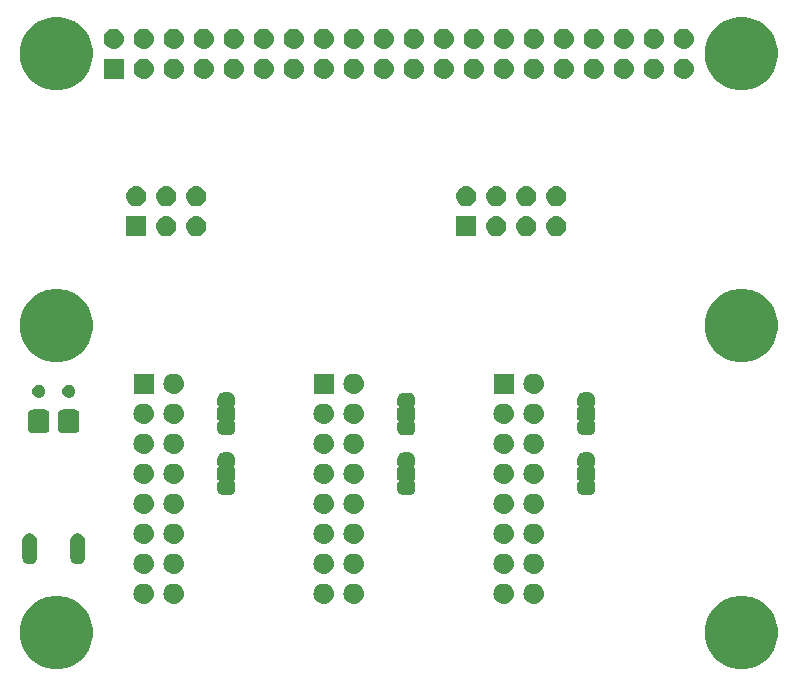
<source format=gbr>
G04 #@! TF.GenerationSoftware,KiCad,Pcbnew,5.0.2-bee76a0~70~ubuntu18.04.1*
G04 #@! TF.CreationDate,2019-04-09T16:07:38-04:00*
G04 #@! TF.ProjectId,rpi-rgb-led-matrix-nonhat,7270692d-7267-4622-9d6c-65642d6d6174,1.2*
G04 #@! TF.SameCoordinates,Original*
G04 #@! TF.FileFunction,Soldermask,Bot*
G04 #@! TF.FilePolarity,Negative*
%FSLAX46Y46*%
G04 Gerber Fmt 4.6, Leading zero omitted, Abs format (unit mm)*
G04 Created by KiCad (PCBNEW 5.0.2-bee76a0~70~ubuntu18.04.1) date Tue 09 Apr 2019 16:07:38 EDT*
%MOMM*%
%LPD*%
G01*
G04 APERTURE LIST*
%ADD10C,0.100000*%
G04 APERTURE END LIST*
D10*
G36*
X53834599Y-44709421D02*
X54034237Y-44749131D01*
X54598401Y-44982815D01*
X55106135Y-45322072D01*
X55537928Y-45753865D01*
X55877185Y-46261599D01*
X56110869Y-46825763D01*
X56230000Y-47424677D01*
X56230000Y-48035323D01*
X56110869Y-48634237D01*
X55877185Y-49198401D01*
X55537928Y-49706135D01*
X55106135Y-50137928D01*
X54598401Y-50477185D01*
X54034237Y-50710869D01*
X53834599Y-50750579D01*
X53435325Y-50830000D01*
X52824675Y-50830000D01*
X52425401Y-50750579D01*
X52225763Y-50710869D01*
X51661599Y-50477185D01*
X51153865Y-50137928D01*
X50722072Y-49706135D01*
X50382815Y-49198401D01*
X50149131Y-48634237D01*
X50030000Y-48035323D01*
X50030000Y-47424677D01*
X50149131Y-46825763D01*
X50382815Y-46261599D01*
X50722072Y-45753865D01*
X51153865Y-45322072D01*
X51661599Y-44982815D01*
X52225763Y-44749131D01*
X52425401Y-44709421D01*
X52824675Y-44630000D01*
X53435325Y-44630000D01*
X53834599Y-44709421D01*
X53834599Y-44709421D01*
G37*
G36*
X-4165401Y-44709421D02*
X-3965763Y-44749131D01*
X-3401599Y-44982815D01*
X-2893865Y-45322072D01*
X-2462072Y-45753865D01*
X-2122815Y-46261599D01*
X-1889131Y-46825763D01*
X-1770000Y-47424677D01*
X-1770000Y-48035323D01*
X-1889131Y-48634237D01*
X-2122815Y-49198401D01*
X-2462072Y-49706135D01*
X-2893865Y-50137928D01*
X-3401599Y-50477185D01*
X-3965763Y-50710869D01*
X-4165401Y-50750579D01*
X-4564675Y-50830000D01*
X-5175325Y-50830000D01*
X-5574599Y-50750579D01*
X-5774237Y-50710869D01*
X-6338401Y-50477185D01*
X-6846135Y-50137928D01*
X-7277928Y-49706135D01*
X-7617185Y-49198401D01*
X-7850869Y-48634237D01*
X-7970000Y-48035323D01*
X-7970000Y-47424677D01*
X-7850869Y-46825763D01*
X-7617185Y-46261599D01*
X-7277928Y-45753865D01*
X-6846135Y-45322072D01*
X-6338401Y-44982815D01*
X-5774237Y-44749131D01*
X-5574599Y-44709421D01*
X-5175325Y-44630000D01*
X-4564675Y-44630000D01*
X-4165401Y-44709421D01*
X-4165401Y-44709421D01*
G37*
G36*
X17864712Y-43590565D02*
X17949295Y-43598896D01*
X18069727Y-43635429D01*
X18112088Y-43648279D01*
X18262112Y-43728468D01*
X18393612Y-43836388D01*
X18501532Y-43967888D01*
X18581721Y-44117912D01*
X18581722Y-44117916D01*
X18631104Y-44280705D01*
X18647778Y-44450000D01*
X18631104Y-44619295D01*
X18594571Y-44739727D01*
X18581721Y-44782088D01*
X18501532Y-44932112D01*
X18393612Y-45063612D01*
X18262112Y-45171532D01*
X18112088Y-45251721D01*
X18069727Y-45264571D01*
X17949295Y-45301104D01*
X17864712Y-45309435D01*
X17822421Y-45313600D01*
X17737579Y-45313600D01*
X17695288Y-45309435D01*
X17610705Y-45301104D01*
X17490273Y-45264571D01*
X17447912Y-45251721D01*
X17297888Y-45171532D01*
X17166388Y-45063612D01*
X17058468Y-44932112D01*
X16978279Y-44782088D01*
X16965429Y-44739727D01*
X16928896Y-44619295D01*
X16912222Y-44450000D01*
X16928896Y-44280705D01*
X16978278Y-44117916D01*
X16978279Y-44117912D01*
X17058468Y-43967888D01*
X17166388Y-43836388D01*
X17297888Y-43728468D01*
X17447912Y-43648279D01*
X17490273Y-43635429D01*
X17610705Y-43598896D01*
X17695288Y-43590565D01*
X17737579Y-43586400D01*
X17822421Y-43586400D01*
X17864712Y-43590565D01*
X17864712Y-43590565D01*
G37*
G36*
X5164712Y-43590565D02*
X5249295Y-43598896D01*
X5369727Y-43635429D01*
X5412088Y-43648279D01*
X5562112Y-43728468D01*
X5693612Y-43836388D01*
X5801532Y-43967888D01*
X5881721Y-44117912D01*
X5881722Y-44117916D01*
X5931104Y-44280705D01*
X5947778Y-44450000D01*
X5931104Y-44619295D01*
X5894571Y-44739727D01*
X5881721Y-44782088D01*
X5801532Y-44932112D01*
X5693612Y-45063612D01*
X5562112Y-45171532D01*
X5412088Y-45251721D01*
X5369727Y-45264571D01*
X5249295Y-45301104D01*
X5164712Y-45309435D01*
X5122421Y-45313600D01*
X5037579Y-45313600D01*
X4995288Y-45309435D01*
X4910705Y-45301104D01*
X4790273Y-45264571D01*
X4747912Y-45251721D01*
X4597888Y-45171532D01*
X4466388Y-45063612D01*
X4358468Y-44932112D01*
X4278279Y-44782088D01*
X4265429Y-44739727D01*
X4228896Y-44619295D01*
X4212222Y-44450000D01*
X4228896Y-44280705D01*
X4278278Y-44117916D01*
X4278279Y-44117912D01*
X4358468Y-43967888D01*
X4466388Y-43836388D01*
X4597888Y-43728468D01*
X4747912Y-43648279D01*
X4790273Y-43635429D01*
X4910705Y-43598896D01*
X4995288Y-43590565D01*
X5037579Y-43586400D01*
X5122421Y-43586400D01*
X5164712Y-43590565D01*
X5164712Y-43590565D01*
G37*
G36*
X2624712Y-43590565D02*
X2709295Y-43598896D01*
X2829727Y-43635429D01*
X2872088Y-43648279D01*
X3022112Y-43728468D01*
X3153612Y-43836388D01*
X3261532Y-43967888D01*
X3341721Y-44117912D01*
X3341722Y-44117916D01*
X3391104Y-44280705D01*
X3407778Y-44450000D01*
X3391104Y-44619295D01*
X3354571Y-44739727D01*
X3341721Y-44782088D01*
X3261532Y-44932112D01*
X3153612Y-45063612D01*
X3022112Y-45171532D01*
X2872088Y-45251721D01*
X2829727Y-45264571D01*
X2709295Y-45301104D01*
X2624712Y-45309435D01*
X2582421Y-45313600D01*
X2497579Y-45313600D01*
X2455288Y-45309435D01*
X2370705Y-45301104D01*
X2250273Y-45264571D01*
X2207912Y-45251721D01*
X2057888Y-45171532D01*
X1926388Y-45063612D01*
X1818468Y-44932112D01*
X1738279Y-44782088D01*
X1725429Y-44739727D01*
X1688896Y-44619295D01*
X1672222Y-44450000D01*
X1688896Y-44280705D01*
X1738278Y-44117916D01*
X1738279Y-44117912D01*
X1818468Y-43967888D01*
X1926388Y-43836388D01*
X2057888Y-43728468D01*
X2207912Y-43648279D01*
X2250273Y-43635429D01*
X2370705Y-43598896D01*
X2455288Y-43590565D01*
X2497579Y-43586400D01*
X2582421Y-43586400D01*
X2624712Y-43590565D01*
X2624712Y-43590565D01*
G37*
G36*
X20404712Y-43590565D02*
X20489295Y-43598896D01*
X20609727Y-43635429D01*
X20652088Y-43648279D01*
X20802112Y-43728468D01*
X20933612Y-43836388D01*
X21041532Y-43967888D01*
X21121721Y-44117912D01*
X21121722Y-44117916D01*
X21171104Y-44280705D01*
X21187778Y-44450000D01*
X21171104Y-44619295D01*
X21134571Y-44739727D01*
X21121721Y-44782088D01*
X21041532Y-44932112D01*
X20933612Y-45063612D01*
X20802112Y-45171532D01*
X20652088Y-45251721D01*
X20609727Y-45264571D01*
X20489295Y-45301104D01*
X20404712Y-45309435D01*
X20362421Y-45313600D01*
X20277579Y-45313600D01*
X20235288Y-45309435D01*
X20150705Y-45301104D01*
X20030273Y-45264571D01*
X19987912Y-45251721D01*
X19837888Y-45171532D01*
X19706388Y-45063612D01*
X19598468Y-44932112D01*
X19518279Y-44782088D01*
X19505429Y-44739727D01*
X19468896Y-44619295D01*
X19452222Y-44450000D01*
X19468896Y-44280705D01*
X19518278Y-44117916D01*
X19518279Y-44117912D01*
X19598468Y-43967888D01*
X19706388Y-43836388D01*
X19837888Y-43728468D01*
X19987912Y-43648279D01*
X20030273Y-43635429D01*
X20150705Y-43598896D01*
X20235288Y-43590565D01*
X20277579Y-43586400D01*
X20362421Y-43586400D01*
X20404712Y-43590565D01*
X20404712Y-43590565D01*
G37*
G36*
X35644712Y-43590565D02*
X35729295Y-43598896D01*
X35849727Y-43635429D01*
X35892088Y-43648279D01*
X36042112Y-43728468D01*
X36173612Y-43836388D01*
X36281532Y-43967888D01*
X36361721Y-44117912D01*
X36361722Y-44117916D01*
X36411104Y-44280705D01*
X36427778Y-44450000D01*
X36411104Y-44619295D01*
X36374571Y-44739727D01*
X36361721Y-44782088D01*
X36281532Y-44932112D01*
X36173612Y-45063612D01*
X36042112Y-45171532D01*
X35892088Y-45251721D01*
X35849727Y-45264571D01*
X35729295Y-45301104D01*
X35644712Y-45309435D01*
X35602421Y-45313600D01*
X35517579Y-45313600D01*
X35475288Y-45309435D01*
X35390705Y-45301104D01*
X35270273Y-45264571D01*
X35227912Y-45251721D01*
X35077888Y-45171532D01*
X34946388Y-45063612D01*
X34838468Y-44932112D01*
X34758279Y-44782088D01*
X34745429Y-44739727D01*
X34708896Y-44619295D01*
X34692222Y-44450000D01*
X34708896Y-44280705D01*
X34758278Y-44117916D01*
X34758279Y-44117912D01*
X34838468Y-43967888D01*
X34946388Y-43836388D01*
X35077888Y-43728468D01*
X35227912Y-43648279D01*
X35270273Y-43635429D01*
X35390705Y-43598896D01*
X35475288Y-43590565D01*
X35517579Y-43586400D01*
X35602421Y-43586400D01*
X35644712Y-43590565D01*
X35644712Y-43590565D01*
G37*
G36*
X33104712Y-43590565D02*
X33189295Y-43598896D01*
X33309727Y-43635429D01*
X33352088Y-43648279D01*
X33502112Y-43728468D01*
X33633612Y-43836388D01*
X33741532Y-43967888D01*
X33821721Y-44117912D01*
X33821722Y-44117916D01*
X33871104Y-44280705D01*
X33887778Y-44450000D01*
X33871104Y-44619295D01*
X33834571Y-44739727D01*
X33821721Y-44782088D01*
X33741532Y-44932112D01*
X33633612Y-45063612D01*
X33502112Y-45171532D01*
X33352088Y-45251721D01*
X33309727Y-45264571D01*
X33189295Y-45301104D01*
X33104712Y-45309435D01*
X33062421Y-45313600D01*
X32977579Y-45313600D01*
X32935288Y-45309435D01*
X32850705Y-45301104D01*
X32730273Y-45264571D01*
X32687912Y-45251721D01*
X32537888Y-45171532D01*
X32406388Y-45063612D01*
X32298468Y-44932112D01*
X32218279Y-44782088D01*
X32205429Y-44739727D01*
X32168896Y-44619295D01*
X32152222Y-44450000D01*
X32168896Y-44280705D01*
X32218278Y-44117916D01*
X32218279Y-44117912D01*
X32298468Y-43967888D01*
X32406388Y-43836388D01*
X32537888Y-43728468D01*
X32687912Y-43648279D01*
X32730273Y-43635429D01*
X32850705Y-43598896D01*
X32935288Y-43590565D01*
X32977579Y-43586400D01*
X33062421Y-43586400D01*
X33104712Y-43590565D01*
X33104712Y-43590565D01*
G37*
G36*
X5164712Y-41050565D02*
X5249295Y-41058896D01*
X5369727Y-41095429D01*
X5412088Y-41108279D01*
X5562112Y-41188468D01*
X5693612Y-41296388D01*
X5801532Y-41427888D01*
X5881721Y-41577912D01*
X5881722Y-41577916D01*
X5931104Y-41740705D01*
X5947778Y-41910000D01*
X5931104Y-42079295D01*
X5894571Y-42199727D01*
X5881721Y-42242088D01*
X5801532Y-42392112D01*
X5693612Y-42523612D01*
X5562112Y-42631532D01*
X5412088Y-42711721D01*
X5369727Y-42724571D01*
X5249295Y-42761104D01*
X5164712Y-42769435D01*
X5122421Y-42773600D01*
X5037579Y-42773600D01*
X4995288Y-42769435D01*
X4910705Y-42761104D01*
X4790273Y-42724571D01*
X4747912Y-42711721D01*
X4597888Y-42631532D01*
X4466388Y-42523612D01*
X4358468Y-42392112D01*
X4278279Y-42242088D01*
X4265429Y-42199727D01*
X4228896Y-42079295D01*
X4212222Y-41910000D01*
X4228896Y-41740705D01*
X4278278Y-41577916D01*
X4278279Y-41577912D01*
X4358468Y-41427888D01*
X4466388Y-41296388D01*
X4597888Y-41188468D01*
X4747912Y-41108279D01*
X4790273Y-41095429D01*
X4910705Y-41058896D01*
X4995288Y-41050565D01*
X5037579Y-41046400D01*
X5122421Y-41046400D01*
X5164712Y-41050565D01*
X5164712Y-41050565D01*
G37*
G36*
X2624712Y-41050565D02*
X2709295Y-41058896D01*
X2829727Y-41095429D01*
X2872088Y-41108279D01*
X3022112Y-41188468D01*
X3153612Y-41296388D01*
X3261532Y-41427888D01*
X3341721Y-41577912D01*
X3341722Y-41577916D01*
X3391104Y-41740705D01*
X3407778Y-41910000D01*
X3391104Y-42079295D01*
X3354571Y-42199727D01*
X3341721Y-42242088D01*
X3261532Y-42392112D01*
X3153612Y-42523612D01*
X3022112Y-42631532D01*
X2872088Y-42711721D01*
X2829727Y-42724571D01*
X2709295Y-42761104D01*
X2624712Y-42769435D01*
X2582421Y-42773600D01*
X2497579Y-42773600D01*
X2455288Y-42769435D01*
X2370705Y-42761104D01*
X2250273Y-42724571D01*
X2207912Y-42711721D01*
X2057888Y-42631532D01*
X1926388Y-42523612D01*
X1818468Y-42392112D01*
X1738279Y-42242088D01*
X1725429Y-42199727D01*
X1688896Y-42079295D01*
X1672222Y-41910000D01*
X1688896Y-41740705D01*
X1738278Y-41577916D01*
X1738279Y-41577912D01*
X1818468Y-41427888D01*
X1926388Y-41296388D01*
X2057888Y-41188468D01*
X2207912Y-41108279D01*
X2250273Y-41095429D01*
X2370705Y-41058896D01*
X2455288Y-41050565D01*
X2497579Y-41046400D01*
X2582421Y-41046400D01*
X2624712Y-41050565D01*
X2624712Y-41050565D01*
G37*
G36*
X20404712Y-41050565D02*
X20489295Y-41058896D01*
X20609727Y-41095429D01*
X20652088Y-41108279D01*
X20802112Y-41188468D01*
X20933612Y-41296388D01*
X21041532Y-41427888D01*
X21121721Y-41577912D01*
X21121722Y-41577916D01*
X21171104Y-41740705D01*
X21187778Y-41910000D01*
X21171104Y-42079295D01*
X21134571Y-42199727D01*
X21121721Y-42242088D01*
X21041532Y-42392112D01*
X20933612Y-42523612D01*
X20802112Y-42631532D01*
X20652088Y-42711721D01*
X20609727Y-42724571D01*
X20489295Y-42761104D01*
X20404712Y-42769435D01*
X20362421Y-42773600D01*
X20277579Y-42773600D01*
X20235288Y-42769435D01*
X20150705Y-42761104D01*
X20030273Y-42724571D01*
X19987912Y-42711721D01*
X19837888Y-42631532D01*
X19706388Y-42523612D01*
X19598468Y-42392112D01*
X19518279Y-42242088D01*
X19505429Y-42199727D01*
X19468896Y-42079295D01*
X19452222Y-41910000D01*
X19468896Y-41740705D01*
X19518278Y-41577916D01*
X19518279Y-41577912D01*
X19598468Y-41427888D01*
X19706388Y-41296388D01*
X19837888Y-41188468D01*
X19987912Y-41108279D01*
X20030273Y-41095429D01*
X20150705Y-41058896D01*
X20235288Y-41050565D01*
X20277579Y-41046400D01*
X20362421Y-41046400D01*
X20404712Y-41050565D01*
X20404712Y-41050565D01*
G37*
G36*
X17864712Y-41050565D02*
X17949295Y-41058896D01*
X18069727Y-41095429D01*
X18112088Y-41108279D01*
X18262112Y-41188468D01*
X18393612Y-41296388D01*
X18501532Y-41427888D01*
X18581721Y-41577912D01*
X18581722Y-41577916D01*
X18631104Y-41740705D01*
X18647778Y-41910000D01*
X18631104Y-42079295D01*
X18594571Y-42199727D01*
X18581721Y-42242088D01*
X18501532Y-42392112D01*
X18393612Y-42523612D01*
X18262112Y-42631532D01*
X18112088Y-42711721D01*
X18069727Y-42724571D01*
X17949295Y-42761104D01*
X17864712Y-42769435D01*
X17822421Y-42773600D01*
X17737579Y-42773600D01*
X17695288Y-42769435D01*
X17610705Y-42761104D01*
X17490273Y-42724571D01*
X17447912Y-42711721D01*
X17297888Y-42631532D01*
X17166388Y-42523612D01*
X17058468Y-42392112D01*
X16978279Y-42242088D01*
X16965429Y-42199727D01*
X16928896Y-42079295D01*
X16912222Y-41910000D01*
X16928896Y-41740705D01*
X16978278Y-41577916D01*
X16978279Y-41577912D01*
X17058468Y-41427888D01*
X17166388Y-41296388D01*
X17297888Y-41188468D01*
X17447912Y-41108279D01*
X17490273Y-41095429D01*
X17610705Y-41058896D01*
X17695288Y-41050565D01*
X17737579Y-41046400D01*
X17822421Y-41046400D01*
X17864712Y-41050565D01*
X17864712Y-41050565D01*
G37*
G36*
X35644712Y-41050565D02*
X35729295Y-41058896D01*
X35849727Y-41095429D01*
X35892088Y-41108279D01*
X36042112Y-41188468D01*
X36173612Y-41296388D01*
X36281532Y-41427888D01*
X36361721Y-41577912D01*
X36361722Y-41577916D01*
X36411104Y-41740705D01*
X36427778Y-41910000D01*
X36411104Y-42079295D01*
X36374571Y-42199727D01*
X36361721Y-42242088D01*
X36281532Y-42392112D01*
X36173612Y-42523612D01*
X36042112Y-42631532D01*
X35892088Y-42711721D01*
X35849727Y-42724571D01*
X35729295Y-42761104D01*
X35644712Y-42769435D01*
X35602421Y-42773600D01*
X35517579Y-42773600D01*
X35475288Y-42769435D01*
X35390705Y-42761104D01*
X35270273Y-42724571D01*
X35227912Y-42711721D01*
X35077888Y-42631532D01*
X34946388Y-42523612D01*
X34838468Y-42392112D01*
X34758279Y-42242088D01*
X34745429Y-42199727D01*
X34708896Y-42079295D01*
X34692222Y-41910000D01*
X34708896Y-41740705D01*
X34758278Y-41577916D01*
X34758279Y-41577912D01*
X34838468Y-41427888D01*
X34946388Y-41296388D01*
X35077888Y-41188468D01*
X35227912Y-41108279D01*
X35270273Y-41095429D01*
X35390705Y-41058896D01*
X35475288Y-41050565D01*
X35517579Y-41046400D01*
X35602421Y-41046400D01*
X35644712Y-41050565D01*
X35644712Y-41050565D01*
G37*
G36*
X33104712Y-41050565D02*
X33189295Y-41058896D01*
X33309727Y-41095429D01*
X33352088Y-41108279D01*
X33502112Y-41188468D01*
X33633612Y-41296388D01*
X33741532Y-41427888D01*
X33821721Y-41577912D01*
X33821722Y-41577916D01*
X33871104Y-41740705D01*
X33887778Y-41910000D01*
X33871104Y-42079295D01*
X33834571Y-42199727D01*
X33821721Y-42242088D01*
X33741532Y-42392112D01*
X33633612Y-42523612D01*
X33502112Y-42631532D01*
X33352088Y-42711721D01*
X33309727Y-42724571D01*
X33189295Y-42761104D01*
X33104712Y-42769435D01*
X33062421Y-42773600D01*
X32977579Y-42773600D01*
X32935288Y-42769435D01*
X32850705Y-42761104D01*
X32730273Y-42724571D01*
X32687912Y-42711721D01*
X32537888Y-42631532D01*
X32406388Y-42523612D01*
X32298468Y-42392112D01*
X32218279Y-42242088D01*
X32205429Y-42199727D01*
X32168896Y-42079295D01*
X32152222Y-41910000D01*
X32168896Y-41740705D01*
X32218278Y-41577916D01*
X32218279Y-41577912D01*
X32298468Y-41427888D01*
X32406388Y-41296388D01*
X32537888Y-41188468D01*
X32687912Y-41108279D01*
X32730273Y-41095429D01*
X32850705Y-41058896D01*
X32935288Y-41050565D01*
X32977579Y-41046400D01*
X33062421Y-41046400D01*
X33104712Y-41050565D01*
X33104712Y-41050565D01*
G37*
G36*
X-6996003Y-39348280D02*
X-6984578Y-39349405D01*
X-6923316Y-39367989D01*
X-6862053Y-39386573D01*
X-6797223Y-39421225D01*
X-6749136Y-39446928D01*
X-6749135Y-39446929D01*
X-6749133Y-39446930D01*
X-6650157Y-39528157D01*
X-6568930Y-39627132D01*
X-6508573Y-39740052D01*
X-6471405Y-39862578D01*
X-6462000Y-39958068D01*
X-6462000Y-41321932D01*
X-6471405Y-41417422D01*
X-6508573Y-41539948D01*
X-6568930Y-41652868D01*
X-6650157Y-41751843D01*
X-6749132Y-41833070D01*
X-6862052Y-41893427D01*
X-6916686Y-41910000D01*
X-6984577Y-41930595D01*
X-6996002Y-41931720D01*
X-7112000Y-41943145D01*
X-7227997Y-41931720D01*
X-7239422Y-41930595D01*
X-7307313Y-41910000D01*
X-7361947Y-41893427D01*
X-7474867Y-41833070D01*
X-7573842Y-41751843D01*
X-7655069Y-41652868D01*
X-7715426Y-41539948D01*
X-7752594Y-41417422D01*
X-7761999Y-41321932D01*
X-7762000Y-39958069D01*
X-7752595Y-39862579D01*
X-7752594Y-39862577D01*
X-7715427Y-39740054D01*
X-7715427Y-39740053D01*
X-7655070Y-39627133D01*
X-7573843Y-39528157D01*
X-7474868Y-39446930D01*
X-7361948Y-39386573D01*
X-7300685Y-39367989D01*
X-7239423Y-39349405D01*
X-7227998Y-39348280D01*
X-7112000Y-39336855D01*
X-6996003Y-39348280D01*
X-6996003Y-39348280D01*
G37*
G36*
X-2932003Y-39348280D02*
X-2920578Y-39349405D01*
X-2859316Y-39367989D01*
X-2798053Y-39386573D01*
X-2733223Y-39421225D01*
X-2685136Y-39446928D01*
X-2685135Y-39446929D01*
X-2685133Y-39446930D01*
X-2586157Y-39528157D01*
X-2504930Y-39627132D01*
X-2444573Y-39740052D01*
X-2407405Y-39862578D01*
X-2398000Y-39958068D01*
X-2398000Y-41321932D01*
X-2407405Y-41417422D01*
X-2444573Y-41539948D01*
X-2504930Y-41652868D01*
X-2586157Y-41751843D01*
X-2685132Y-41833070D01*
X-2798052Y-41893427D01*
X-2852686Y-41910000D01*
X-2920577Y-41930595D01*
X-2932002Y-41931720D01*
X-3048000Y-41943145D01*
X-3163997Y-41931720D01*
X-3175422Y-41930595D01*
X-3243313Y-41910000D01*
X-3297947Y-41893427D01*
X-3410867Y-41833070D01*
X-3509842Y-41751843D01*
X-3591069Y-41652868D01*
X-3651426Y-41539948D01*
X-3688594Y-41417422D01*
X-3697999Y-41321932D01*
X-3698000Y-39958069D01*
X-3688595Y-39862579D01*
X-3688594Y-39862577D01*
X-3651427Y-39740054D01*
X-3651427Y-39740053D01*
X-3591070Y-39627133D01*
X-3509843Y-39528157D01*
X-3410868Y-39446930D01*
X-3297948Y-39386573D01*
X-3236685Y-39367989D01*
X-3175423Y-39349405D01*
X-3163998Y-39348280D01*
X-3048000Y-39336855D01*
X-2932003Y-39348280D01*
X-2932003Y-39348280D01*
G37*
G36*
X5164712Y-38510565D02*
X5249295Y-38518896D01*
X5369727Y-38555429D01*
X5412088Y-38568279D01*
X5562112Y-38648468D01*
X5693612Y-38756388D01*
X5801532Y-38887888D01*
X5881721Y-39037912D01*
X5881722Y-39037916D01*
X5931104Y-39200705D01*
X5947778Y-39370000D01*
X5931104Y-39539295D01*
X5904459Y-39627132D01*
X5881721Y-39702088D01*
X5801532Y-39852112D01*
X5693612Y-39983612D01*
X5562112Y-40091532D01*
X5412088Y-40171721D01*
X5369727Y-40184571D01*
X5249295Y-40221104D01*
X5164712Y-40229435D01*
X5122421Y-40233600D01*
X5037579Y-40233600D01*
X4995288Y-40229435D01*
X4910705Y-40221104D01*
X4790273Y-40184571D01*
X4747912Y-40171721D01*
X4597888Y-40091532D01*
X4466388Y-39983612D01*
X4358468Y-39852112D01*
X4278279Y-39702088D01*
X4255541Y-39627132D01*
X4228896Y-39539295D01*
X4212222Y-39370000D01*
X4228896Y-39200705D01*
X4278278Y-39037916D01*
X4278279Y-39037912D01*
X4358468Y-38887888D01*
X4466388Y-38756388D01*
X4597888Y-38648468D01*
X4747912Y-38568279D01*
X4790273Y-38555429D01*
X4910705Y-38518896D01*
X4995288Y-38510565D01*
X5037579Y-38506400D01*
X5122421Y-38506400D01*
X5164712Y-38510565D01*
X5164712Y-38510565D01*
G37*
G36*
X33104712Y-38510565D02*
X33189295Y-38518896D01*
X33309727Y-38555429D01*
X33352088Y-38568279D01*
X33502112Y-38648468D01*
X33633612Y-38756388D01*
X33741532Y-38887888D01*
X33821721Y-39037912D01*
X33821722Y-39037916D01*
X33871104Y-39200705D01*
X33887778Y-39370000D01*
X33871104Y-39539295D01*
X33844459Y-39627132D01*
X33821721Y-39702088D01*
X33741532Y-39852112D01*
X33633612Y-39983612D01*
X33502112Y-40091532D01*
X33352088Y-40171721D01*
X33309727Y-40184571D01*
X33189295Y-40221104D01*
X33104712Y-40229435D01*
X33062421Y-40233600D01*
X32977579Y-40233600D01*
X32935288Y-40229435D01*
X32850705Y-40221104D01*
X32730273Y-40184571D01*
X32687912Y-40171721D01*
X32537888Y-40091532D01*
X32406388Y-39983612D01*
X32298468Y-39852112D01*
X32218279Y-39702088D01*
X32195541Y-39627132D01*
X32168896Y-39539295D01*
X32152222Y-39370000D01*
X32168896Y-39200705D01*
X32218278Y-39037916D01*
X32218279Y-39037912D01*
X32298468Y-38887888D01*
X32406388Y-38756388D01*
X32537888Y-38648468D01*
X32687912Y-38568279D01*
X32730273Y-38555429D01*
X32850705Y-38518896D01*
X32935288Y-38510565D01*
X32977579Y-38506400D01*
X33062421Y-38506400D01*
X33104712Y-38510565D01*
X33104712Y-38510565D01*
G37*
G36*
X35644712Y-38510565D02*
X35729295Y-38518896D01*
X35849727Y-38555429D01*
X35892088Y-38568279D01*
X36042112Y-38648468D01*
X36173612Y-38756388D01*
X36281532Y-38887888D01*
X36361721Y-39037912D01*
X36361722Y-39037916D01*
X36411104Y-39200705D01*
X36427778Y-39370000D01*
X36411104Y-39539295D01*
X36384459Y-39627132D01*
X36361721Y-39702088D01*
X36281532Y-39852112D01*
X36173612Y-39983612D01*
X36042112Y-40091532D01*
X35892088Y-40171721D01*
X35849727Y-40184571D01*
X35729295Y-40221104D01*
X35644712Y-40229435D01*
X35602421Y-40233600D01*
X35517579Y-40233600D01*
X35475288Y-40229435D01*
X35390705Y-40221104D01*
X35270273Y-40184571D01*
X35227912Y-40171721D01*
X35077888Y-40091532D01*
X34946388Y-39983612D01*
X34838468Y-39852112D01*
X34758279Y-39702088D01*
X34735541Y-39627132D01*
X34708896Y-39539295D01*
X34692222Y-39370000D01*
X34708896Y-39200705D01*
X34758278Y-39037916D01*
X34758279Y-39037912D01*
X34838468Y-38887888D01*
X34946388Y-38756388D01*
X35077888Y-38648468D01*
X35227912Y-38568279D01*
X35270273Y-38555429D01*
X35390705Y-38518896D01*
X35475288Y-38510565D01*
X35517579Y-38506400D01*
X35602421Y-38506400D01*
X35644712Y-38510565D01*
X35644712Y-38510565D01*
G37*
G36*
X20404712Y-38510565D02*
X20489295Y-38518896D01*
X20609727Y-38555429D01*
X20652088Y-38568279D01*
X20802112Y-38648468D01*
X20933612Y-38756388D01*
X21041532Y-38887888D01*
X21121721Y-39037912D01*
X21121722Y-39037916D01*
X21171104Y-39200705D01*
X21187778Y-39370000D01*
X21171104Y-39539295D01*
X21144459Y-39627132D01*
X21121721Y-39702088D01*
X21041532Y-39852112D01*
X20933612Y-39983612D01*
X20802112Y-40091532D01*
X20652088Y-40171721D01*
X20609727Y-40184571D01*
X20489295Y-40221104D01*
X20404712Y-40229435D01*
X20362421Y-40233600D01*
X20277579Y-40233600D01*
X20235288Y-40229435D01*
X20150705Y-40221104D01*
X20030273Y-40184571D01*
X19987912Y-40171721D01*
X19837888Y-40091532D01*
X19706388Y-39983612D01*
X19598468Y-39852112D01*
X19518279Y-39702088D01*
X19495541Y-39627132D01*
X19468896Y-39539295D01*
X19452222Y-39370000D01*
X19468896Y-39200705D01*
X19518278Y-39037916D01*
X19518279Y-39037912D01*
X19598468Y-38887888D01*
X19706388Y-38756388D01*
X19837888Y-38648468D01*
X19987912Y-38568279D01*
X20030273Y-38555429D01*
X20150705Y-38518896D01*
X20235288Y-38510565D01*
X20277579Y-38506400D01*
X20362421Y-38506400D01*
X20404712Y-38510565D01*
X20404712Y-38510565D01*
G37*
G36*
X17864712Y-38510565D02*
X17949295Y-38518896D01*
X18069727Y-38555429D01*
X18112088Y-38568279D01*
X18262112Y-38648468D01*
X18393612Y-38756388D01*
X18501532Y-38887888D01*
X18581721Y-39037912D01*
X18581722Y-39037916D01*
X18631104Y-39200705D01*
X18647778Y-39370000D01*
X18631104Y-39539295D01*
X18604459Y-39627132D01*
X18581721Y-39702088D01*
X18501532Y-39852112D01*
X18393612Y-39983612D01*
X18262112Y-40091532D01*
X18112088Y-40171721D01*
X18069727Y-40184571D01*
X17949295Y-40221104D01*
X17864712Y-40229435D01*
X17822421Y-40233600D01*
X17737579Y-40233600D01*
X17695288Y-40229435D01*
X17610705Y-40221104D01*
X17490273Y-40184571D01*
X17447912Y-40171721D01*
X17297888Y-40091532D01*
X17166388Y-39983612D01*
X17058468Y-39852112D01*
X16978279Y-39702088D01*
X16955541Y-39627132D01*
X16928896Y-39539295D01*
X16912222Y-39370000D01*
X16928896Y-39200705D01*
X16978278Y-39037916D01*
X16978279Y-39037912D01*
X17058468Y-38887888D01*
X17166388Y-38756388D01*
X17297888Y-38648468D01*
X17447912Y-38568279D01*
X17490273Y-38555429D01*
X17610705Y-38518896D01*
X17695288Y-38510565D01*
X17737579Y-38506400D01*
X17822421Y-38506400D01*
X17864712Y-38510565D01*
X17864712Y-38510565D01*
G37*
G36*
X2624712Y-38510565D02*
X2709295Y-38518896D01*
X2829727Y-38555429D01*
X2872088Y-38568279D01*
X3022112Y-38648468D01*
X3153612Y-38756388D01*
X3261532Y-38887888D01*
X3341721Y-39037912D01*
X3341722Y-39037916D01*
X3391104Y-39200705D01*
X3407778Y-39370000D01*
X3391104Y-39539295D01*
X3364459Y-39627132D01*
X3341721Y-39702088D01*
X3261532Y-39852112D01*
X3153612Y-39983612D01*
X3022112Y-40091532D01*
X2872088Y-40171721D01*
X2829727Y-40184571D01*
X2709295Y-40221104D01*
X2624712Y-40229435D01*
X2582421Y-40233600D01*
X2497579Y-40233600D01*
X2455288Y-40229435D01*
X2370705Y-40221104D01*
X2250273Y-40184571D01*
X2207912Y-40171721D01*
X2057888Y-40091532D01*
X1926388Y-39983612D01*
X1818468Y-39852112D01*
X1738279Y-39702088D01*
X1715541Y-39627132D01*
X1688896Y-39539295D01*
X1672222Y-39370000D01*
X1688896Y-39200705D01*
X1738278Y-39037916D01*
X1738279Y-39037912D01*
X1818468Y-38887888D01*
X1926388Y-38756388D01*
X2057888Y-38648468D01*
X2207912Y-38568279D01*
X2250273Y-38555429D01*
X2370705Y-38518896D01*
X2455288Y-38510565D01*
X2497579Y-38506400D01*
X2582421Y-38506400D01*
X2624712Y-38510565D01*
X2624712Y-38510565D01*
G37*
G36*
X20404712Y-35970565D02*
X20489295Y-35978896D01*
X20609727Y-36015429D01*
X20652088Y-36028279D01*
X20802112Y-36108468D01*
X20933612Y-36216388D01*
X21041532Y-36347888D01*
X21121721Y-36497912D01*
X21121722Y-36497916D01*
X21171104Y-36660705D01*
X21187778Y-36830000D01*
X21171104Y-36999295D01*
X21134571Y-37119727D01*
X21121721Y-37162088D01*
X21041532Y-37312112D01*
X20933612Y-37443612D01*
X20802112Y-37551532D01*
X20652088Y-37631721D01*
X20609727Y-37644571D01*
X20489295Y-37681104D01*
X20404712Y-37689435D01*
X20362421Y-37693600D01*
X20277579Y-37693600D01*
X20235288Y-37689435D01*
X20150705Y-37681104D01*
X20030273Y-37644571D01*
X19987912Y-37631721D01*
X19837888Y-37551532D01*
X19706388Y-37443612D01*
X19598468Y-37312112D01*
X19518279Y-37162088D01*
X19505429Y-37119727D01*
X19468896Y-36999295D01*
X19452222Y-36830000D01*
X19468896Y-36660705D01*
X19518278Y-36497916D01*
X19518279Y-36497912D01*
X19598468Y-36347888D01*
X19706388Y-36216388D01*
X19837888Y-36108468D01*
X19987912Y-36028279D01*
X20030273Y-36015429D01*
X20150705Y-35978896D01*
X20235288Y-35970565D01*
X20277579Y-35966400D01*
X20362421Y-35966400D01*
X20404712Y-35970565D01*
X20404712Y-35970565D01*
G37*
G36*
X17864712Y-35970565D02*
X17949295Y-35978896D01*
X18069727Y-36015429D01*
X18112088Y-36028279D01*
X18262112Y-36108468D01*
X18393612Y-36216388D01*
X18501532Y-36347888D01*
X18581721Y-36497912D01*
X18581722Y-36497916D01*
X18631104Y-36660705D01*
X18647778Y-36830000D01*
X18631104Y-36999295D01*
X18594571Y-37119727D01*
X18581721Y-37162088D01*
X18501532Y-37312112D01*
X18393612Y-37443612D01*
X18262112Y-37551532D01*
X18112088Y-37631721D01*
X18069727Y-37644571D01*
X17949295Y-37681104D01*
X17864712Y-37689435D01*
X17822421Y-37693600D01*
X17737579Y-37693600D01*
X17695288Y-37689435D01*
X17610705Y-37681104D01*
X17490273Y-37644571D01*
X17447912Y-37631721D01*
X17297888Y-37551532D01*
X17166388Y-37443612D01*
X17058468Y-37312112D01*
X16978279Y-37162088D01*
X16965429Y-37119727D01*
X16928896Y-36999295D01*
X16912222Y-36830000D01*
X16928896Y-36660705D01*
X16978278Y-36497916D01*
X16978279Y-36497912D01*
X17058468Y-36347888D01*
X17166388Y-36216388D01*
X17297888Y-36108468D01*
X17447912Y-36028279D01*
X17490273Y-36015429D01*
X17610705Y-35978896D01*
X17695288Y-35970565D01*
X17737579Y-35966400D01*
X17822421Y-35966400D01*
X17864712Y-35970565D01*
X17864712Y-35970565D01*
G37*
G36*
X2624712Y-35970565D02*
X2709295Y-35978896D01*
X2829727Y-36015429D01*
X2872088Y-36028279D01*
X3022112Y-36108468D01*
X3153612Y-36216388D01*
X3261532Y-36347888D01*
X3341721Y-36497912D01*
X3341722Y-36497916D01*
X3391104Y-36660705D01*
X3407778Y-36830000D01*
X3391104Y-36999295D01*
X3354571Y-37119727D01*
X3341721Y-37162088D01*
X3261532Y-37312112D01*
X3153612Y-37443612D01*
X3022112Y-37551532D01*
X2872088Y-37631721D01*
X2829727Y-37644571D01*
X2709295Y-37681104D01*
X2624712Y-37689435D01*
X2582421Y-37693600D01*
X2497579Y-37693600D01*
X2455288Y-37689435D01*
X2370705Y-37681104D01*
X2250273Y-37644571D01*
X2207912Y-37631721D01*
X2057888Y-37551532D01*
X1926388Y-37443612D01*
X1818468Y-37312112D01*
X1738279Y-37162088D01*
X1725429Y-37119727D01*
X1688896Y-36999295D01*
X1672222Y-36830000D01*
X1688896Y-36660705D01*
X1738278Y-36497916D01*
X1738279Y-36497912D01*
X1818468Y-36347888D01*
X1926388Y-36216388D01*
X2057888Y-36108468D01*
X2207912Y-36028279D01*
X2250273Y-36015429D01*
X2370705Y-35978896D01*
X2455288Y-35970565D01*
X2497579Y-35966400D01*
X2582421Y-35966400D01*
X2624712Y-35970565D01*
X2624712Y-35970565D01*
G37*
G36*
X5164712Y-35970565D02*
X5249295Y-35978896D01*
X5369727Y-36015429D01*
X5412088Y-36028279D01*
X5562112Y-36108468D01*
X5693612Y-36216388D01*
X5801532Y-36347888D01*
X5881721Y-36497912D01*
X5881722Y-36497916D01*
X5931104Y-36660705D01*
X5947778Y-36830000D01*
X5931104Y-36999295D01*
X5894571Y-37119727D01*
X5881721Y-37162088D01*
X5801532Y-37312112D01*
X5693612Y-37443612D01*
X5562112Y-37551532D01*
X5412088Y-37631721D01*
X5369727Y-37644571D01*
X5249295Y-37681104D01*
X5164712Y-37689435D01*
X5122421Y-37693600D01*
X5037579Y-37693600D01*
X4995288Y-37689435D01*
X4910705Y-37681104D01*
X4790273Y-37644571D01*
X4747912Y-37631721D01*
X4597888Y-37551532D01*
X4466388Y-37443612D01*
X4358468Y-37312112D01*
X4278279Y-37162088D01*
X4265429Y-37119727D01*
X4228896Y-36999295D01*
X4212222Y-36830000D01*
X4228896Y-36660705D01*
X4278278Y-36497916D01*
X4278279Y-36497912D01*
X4358468Y-36347888D01*
X4466388Y-36216388D01*
X4597888Y-36108468D01*
X4747912Y-36028279D01*
X4790273Y-36015429D01*
X4910705Y-35978896D01*
X4995288Y-35970565D01*
X5037579Y-35966400D01*
X5122421Y-35966400D01*
X5164712Y-35970565D01*
X5164712Y-35970565D01*
G37*
G36*
X35644712Y-35970565D02*
X35729295Y-35978896D01*
X35849727Y-36015429D01*
X35892088Y-36028279D01*
X36042112Y-36108468D01*
X36173612Y-36216388D01*
X36281532Y-36347888D01*
X36361721Y-36497912D01*
X36361722Y-36497916D01*
X36411104Y-36660705D01*
X36427778Y-36830000D01*
X36411104Y-36999295D01*
X36374571Y-37119727D01*
X36361721Y-37162088D01*
X36281532Y-37312112D01*
X36173612Y-37443612D01*
X36042112Y-37551532D01*
X35892088Y-37631721D01*
X35849727Y-37644571D01*
X35729295Y-37681104D01*
X35644712Y-37689435D01*
X35602421Y-37693600D01*
X35517579Y-37693600D01*
X35475288Y-37689435D01*
X35390705Y-37681104D01*
X35270273Y-37644571D01*
X35227912Y-37631721D01*
X35077888Y-37551532D01*
X34946388Y-37443612D01*
X34838468Y-37312112D01*
X34758279Y-37162088D01*
X34745429Y-37119727D01*
X34708896Y-36999295D01*
X34692222Y-36830000D01*
X34708896Y-36660705D01*
X34758278Y-36497916D01*
X34758279Y-36497912D01*
X34838468Y-36347888D01*
X34946388Y-36216388D01*
X35077888Y-36108468D01*
X35227912Y-36028279D01*
X35270273Y-36015429D01*
X35390705Y-35978896D01*
X35475288Y-35970565D01*
X35517579Y-35966400D01*
X35602421Y-35966400D01*
X35644712Y-35970565D01*
X35644712Y-35970565D01*
G37*
G36*
X33104712Y-35970565D02*
X33189295Y-35978896D01*
X33309727Y-36015429D01*
X33352088Y-36028279D01*
X33502112Y-36108468D01*
X33633612Y-36216388D01*
X33741532Y-36347888D01*
X33821721Y-36497912D01*
X33821722Y-36497916D01*
X33871104Y-36660705D01*
X33887778Y-36830000D01*
X33871104Y-36999295D01*
X33834571Y-37119727D01*
X33821721Y-37162088D01*
X33741532Y-37312112D01*
X33633612Y-37443612D01*
X33502112Y-37551532D01*
X33352088Y-37631721D01*
X33309727Y-37644571D01*
X33189295Y-37681104D01*
X33104712Y-37689435D01*
X33062421Y-37693600D01*
X32977579Y-37693600D01*
X32935288Y-37689435D01*
X32850705Y-37681104D01*
X32730273Y-37644571D01*
X32687912Y-37631721D01*
X32537888Y-37551532D01*
X32406388Y-37443612D01*
X32298468Y-37312112D01*
X32218279Y-37162088D01*
X32205429Y-37119727D01*
X32168896Y-36999295D01*
X32152222Y-36830000D01*
X32168896Y-36660705D01*
X32218278Y-36497916D01*
X32218279Y-36497912D01*
X32298468Y-36347888D01*
X32406388Y-36216388D01*
X32537888Y-36108468D01*
X32687912Y-36028279D01*
X32730273Y-36015429D01*
X32850705Y-35978896D01*
X32935288Y-35970565D01*
X32977579Y-35966400D01*
X33062421Y-35966400D01*
X33104712Y-35970565D01*
X33104712Y-35970565D01*
G37*
G36*
X25027203Y-32491201D02*
X25039453Y-32491803D01*
X25057872Y-32491803D01*
X25070150Y-32493012D01*
X25154232Y-32509737D01*
X25166048Y-32513322D01*
X25245255Y-32546130D01*
X25256140Y-32551947D01*
X25327425Y-32599579D01*
X25336973Y-32607415D01*
X25397585Y-32668027D01*
X25405421Y-32677575D01*
X25453053Y-32748860D01*
X25458870Y-32759745D01*
X25491678Y-32838952D01*
X25495263Y-32850768D01*
X25511988Y-32934850D01*
X25513197Y-32947128D01*
X25513197Y-32965547D01*
X25513799Y-32977797D01*
X25515605Y-32996137D01*
X25515605Y-33533863D01*
X25515001Y-33539999D01*
X25514999Y-33540001D01*
X25508894Y-33540602D01*
X25484860Y-33545382D01*
X25462221Y-33554759D01*
X25441846Y-33568372D01*
X25424519Y-33585699D01*
X25410905Y-33606074D01*
X25401527Y-33628712D01*
X25396746Y-33652746D01*
X25396746Y-33677250D01*
X25401526Y-33701284D01*
X25410903Y-33723923D01*
X25424516Y-33744298D01*
X25441843Y-33761625D01*
X25462218Y-33775239D01*
X25484856Y-33784617D01*
X25508890Y-33789398D01*
X25515000Y-33789698D01*
X25515000Y-34790605D01*
X25496758Y-34792402D01*
X25473309Y-34799515D01*
X25451698Y-34811066D01*
X25432756Y-34826612D01*
X25417210Y-34845554D01*
X25405659Y-34867165D01*
X25398546Y-34890614D01*
X25396144Y-34915000D01*
X25398546Y-34939386D01*
X25405659Y-34962835D01*
X25417210Y-34984446D01*
X25432756Y-35003388D01*
X25451698Y-35018934D01*
X25473309Y-35030485D01*
X25496758Y-35037598D01*
X25508894Y-35039398D01*
X25514999Y-35039999D01*
X25514998Y-35039999D01*
X25515000Y-35040000D01*
X25515001Y-35040001D01*
X25515605Y-35046137D01*
X25515605Y-35583863D01*
X25513799Y-35602203D01*
X25513197Y-35614453D01*
X25513197Y-35632872D01*
X25511988Y-35645150D01*
X25495263Y-35729232D01*
X25491678Y-35741048D01*
X25458870Y-35820255D01*
X25453053Y-35831140D01*
X25405421Y-35902425D01*
X25397585Y-35911973D01*
X25336973Y-35972585D01*
X25327425Y-35980421D01*
X25256140Y-36028053D01*
X25245255Y-36033870D01*
X25166048Y-36066678D01*
X25154232Y-36070263D01*
X25070150Y-36086988D01*
X25057872Y-36088197D01*
X25039453Y-36088197D01*
X25027203Y-36088799D01*
X25008863Y-36090605D01*
X24521137Y-36090605D01*
X24502797Y-36088799D01*
X24490547Y-36088197D01*
X24472128Y-36088197D01*
X24459850Y-36086988D01*
X24375768Y-36070263D01*
X24363952Y-36066678D01*
X24284745Y-36033870D01*
X24273860Y-36028053D01*
X24202575Y-35980421D01*
X24193027Y-35972585D01*
X24132415Y-35911973D01*
X24124579Y-35902425D01*
X24076947Y-35831140D01*
X24071130Y-35820255D01*
X24038322Y-35741048D01*
X24034737Y-35729232D01*
X24018012Y-35645150D01*
X24016803Y-35632872D01*
X24016803Y-35614453D01*
X24016201Y-35602203D01*
X24014395Y-35583863D01*
X24014395Y-35046137D01*
X24014999Y-35040001D01*
X24015000Y-35040000D01*
X24015002Y-35039999D01*
X24015001Y-35039999D01*
X24021106Y-35039398D01*
X24045140Y-35034618D01*
X24067779Y-35025241D01*
X24088154Y-35011628D01*
X24105481Y-34994301D01*
X24119095Y-34973926D01*
X24128473Y-34951288D01*
X24133254Y-34927254D01*
X24133254Y-34902750D01*
X24128474Y-34878716D01*
X24119097Y-34856077D01*
X24105484Y-34835702D01*
X24088157Y-34818375D01*
X24067782Y-34804761D01*
X24045144Y-34795383D01*
X24021110Y-34790602D01*
X24015000Y-34790302D01*
X24015000Y-33789395D01*
X24033242Y-33787598D01*
X24056691Y-33780485D01*
X24078302Y-33768934D01*
X24097244Y-33753388D01*
X24112790Y-33734446D01*
X24124341Y-33712835D01*
X24131454Y-33689386D01*
X24133856Y-33665000D01*
X24131454Y-33640614D01*
X24124341Y-33617165D01*
X24112790Y-33595554D01*
X24097244Y-33576612D01*
X24078302Y-33561066D01*
X24056691Y-33549515D01*
X24033242Y-33542402D01*
X24021106Y-33540602D01*
X24015001Y-33540001D01*
X24014999Y-33539999D01*
X24014395Y-33533863D01*
X24014395Y-32996137D01*
X24016201Y-32977797D01*
X24016803Y-32965547D01*
X24016803Y-32947128D01*
X24018012Y-32934850D01*
X24034737Y-32850768D01*
X24038322Y-32838952D01*
X24071130Y-32759745D01*
X24076947Y-32748860D01*
X24124579Y-32677575D01*
X24132415Y-32668027D01*
X24193027Y-32607415D01*
X24202575Y-32599579D01*
X24273860Y-32551947D01*
X24284745Y-32546130D01*
X24363952Y-32513322D01*
X24375768Y-32509737D01*
X24459850Y-32493012D01*
X24472128Y-32491803D01*
X24490547Y-32491803D01*
X24502797Y-32491201D01*
X24521137Y-32489395D01*
X25008863Y-32489395D01*
X25027203Y-32491201D01*
X25027203Y-32491201D01*
G37*
G36*
X9787203Y-32491201D02*
X9799453Y-32491803D01*
X9817872Y-32491803D01*
X9830150Y-32493012D01*
X9914232Y-32509737D01*
X9926048Y-32513322D01*
X10005255Y-32546130D01*
X10016140Y-32551947D01*
X10087425Y-32599579D01*
X10096973Y-32607415D01*
X10157585Y-32668027D01*
X10165421Y-32677575D01*
X10213053Y-32748860D01*
X10218870Y-32759745D01*
X10251678Y-32838952D01*
X10255263Y-32850768D01*
X10271988Y-32934850D01*
X10273197Y-32947128D01*
X10273197Y-32965547D01*
X10273799Y-32977797D01*
X10275605Y-32996137D01*
X10275605Y-33533863D01*
X10275001Y-33539999D01*
X10274999Y-33540001D01*
X10268894Y-33540602D01*
X10244860Y-33545382D01*
X10222221Y-33554759D01*
X10201846Y-33568372D01*
X10184519Y-33585699D01*
X10170905Y-33606074D01*
X10161527Y-33628712D01*
X10156746Y-33652746D01*
X10156746Y-33677250D01*
X10161526Y-33701284D01*
X10170903Y-33723923D01*
X10184516Y-33744298D01*
X10201843Y-33761625D01*
X10222218Y-33775239D01*
X10244856Y-33784617D01*
X10268890Y-33789398D01*
X10275000Y-33789698D01*
X10275000Y-34790605D01*
X10256758Y-34792402D01*
X10233309Y-34799515D01*
X10211698Y-34811066D01*
X10192756Y-34826612D01*
X10177210Y-34845554D01*
X10165659Y-34867165D01*
X10158546Y-34890614D01*
X10156144Y-34915000D01*
X10158546Y-34939386D01*
X10165659Y-34962835D01*
X10177210Y-34984446D01*
X10192756Y-35003388D01*
X10211698Y-35018934D01*
X10233309Y-35030485D01*
X10256758Y-35037598D01*
X10268894Y-35039398D01*
X10274999Y-35039999D01*
X10274998Y-35039999D01*
X10275000Y-35040000D01*
X10275001Y-35040001D01*
X10275605Y-35046137D01*
X10275605Y-35583863D01*
X10273799Y-35602203D01*
X10273197Y-35614453D01*
X10273197Y-35632872D01*
X10271988Y-35645150D01*
X10255263Y-35729232D01*
X10251678Y-35741048D01*
X10218870Y-35820255D01*
X10213053Y-35831140D01*
X10165421Y-35902425D01*
X10157585Y-35911973D01*
X10096973Y-35972585D01*
X10087425Y-35980421D01*
X10016140Y-36028053D01*
X10005255Y-36033870D01*
X9926048Y-36066678D01*
X9914232Y-36070263D01*
X9830150Y-36086988D01*
X9817872Y-36088197D01*
X9799453Y-36088197D01*
X9787203Y-36088799D01*
X9768863Y-36090605D01*
X9281137Y-36090605D01*
X9262797Y-36088799D01*
X9250547Y-36088197D01*
X9232128Y-36088197D01*
X9219850Y-36086988D01*
X9135768Y-36070263D01*
X9123952Y-36066678D01*
X9044745Y-36033870D01*
X9033860Y-36028053D01*
X8962575Y-35980421D01*
X8953027Y-35972585D01*
X8892415Y-35911973D01*
X8884579Y-35902425D01*
X8836947Y-35831140D01*
X8831130Y-35820255D01*
X8798322Y-35741048D01*
X8794737Y-35729232D01*
X8778012Y-35645150D01*
X8776803Y-35632872D01*
X8776803Y-35614453D01*
X8776201Y-35602203D01*
X8774395Y-35583863D01*
X8774395Y-35046137D01*
X8774999Y-35040001D01*
X8775001Y-35039999D01*
X8781106Y-35039398D01*
X8805140Y-35034618D01*
X8827779Y-35025241D01*
X8848154Y-35011628D01*
X8865481Y-34994301D01*
X8879095Y-34973926D01*
X8888473Y-34951288D01*
X8893254Y-34927254D01*
X8893254Y-34902750D01*
X8888474Y-34878716D01*
X8879097Y-34856077D01*
X8865484Y-34835702D01*
X8848157Y-34818375D01*
X8827782Y-34804761D01*
X8805144Y-34795383D01*
X8781110Y-34790602D01*
X8775000Y-34790302D01*
X8775000Y-33789395D01*
X8793242Y-33787598D01*
X8816691Y-33780485D01*
X8838302Y-33768934D01*
X8857244Y-33753388D01*
X8872790Y-33734446D01*
X8884341Y-33712835D01*
X8891454Y-33689386D01*
X8893856Y-33665000D01*
X8891454Y-33640614D01*
X8884341Y-33617165D01*
X8872790Y-33595554D01*
X8857244Y-33576612D01*
X8838302Y-33561066D01*
X8816691Y-33549515D01*
X8793242Y-33542402D01*
X8781106Y-33540602D01*
X8775001Y-33540001D01*
X8774999Y-33539999D01*
X8774395Y-33533863D01*
X8774395Y-32996137D01*
X8776201Y-32977797D01*
X8776803Y-32965547D01*
X8776803Y-32947128D01*
X8778012Y-32934850D01*
X8794737Y-32850768D01*
X8798322Y-32838952D01*
X8831130Y-32759745D01*
X8836947Y-32748860D01*
X8884579Y-32677575D01*
X8892415Y-32668027D01*
X8953027Y-32607415D01*
X8962575Y-32599579D01*
X9033860Y-32551947D01*
X9044745Y-32546130D01*
X9123952Y-32513322D01*
X9135768Y-32509737D01*
X9219850Y-32493012D01*
X9232128Y-32491803D01*
X9250547Y-32491803D01*
X9262797Y-32491201D01*
X9281137Y-32489395D01*
X9768863Y-32489395D01*
X9787203Y-32491201D01*
X9787203Y-32491201D01*
G37*
G36*
X40267203Y-32491201D02*
X40279453Y-32491803D01*
X40297872Y-32491803D01*
X40310150Y-32493012D01*
X40394232Y-32509737D01*
X40406048Y-32513322D01*
X40485255Y-32546130D01*
X40496140Y-32551947D01*
X40567425Y-32599579D01*
X40576973Y-32607415D01*
X40637585Y-32668027D01*
X40645421Y-32677575D01*
X40693053Y-32748860D01*
X40698870Y-32759745D01*
X40731678Y-32838952D01*
X40735263Y-32850768D01*
X40751988Y-32934850D01*
X40753197Y-32947128D01*
X40753197Y-32965547D01*
X40753799Y-32977797D01*
X40755605Y-32996137D01*
X40755605Y-33533863D01*
X40755001Y-33539999D01*
X40754999Y-33540001D01*
X40748894Y-33540602D01*
X40724860Y-33545382D01*
X40702221Y-33554759D01*
X40681846Y-33568372D01*
X40664519Y-33585699D01*
X40650905Y-33606074D01*
X40641527Y-33628712D01*
X40636746Y-33652746D01*
X40636746Y-33677250D01*
X40641526Y-33701284D01*
X40650903Y-33723923D01*
X40664516Y-33744298D01*
X40681843Y-33761625D01*
X40702218Y-33775239D01*
X40724856Y-33784617D01*
X40748890Y-33789398D01*
X40755000Y-33789698D01*
X40755000Y-34790605D01*
X40736758Y-34792402D01*
X40713309Y-34799515D01*
X40691698Y-34811066D01*
X40672756Y-34826612D01*
X40657210Y-34845554D01*
X40645659Y-34867165D01*
X40638546Y-34890614D01*
X40636144Y-34915000D01*
X40638546Y-34939386D01*
X40645659Y-34962835D01*
X40657210Y-34984446D01*
X40672756Y-35003388D01*
X40691698Y-35018934D01*
X40713309Y-35030485D01*
X40736758Y-35037598D01*
X40748894Y-35039398D01*
X40754999Y-35039999D01*
X40754998Y-35039999D01*
X40755000Y-35040000D01*
X40755001Y-35040001D01*
X40755605Y-35046137D01*
X40755605Y-35583863D01*
X40753799Y-35602203D01*
X40753197Y-35614453D01*
X40753197Y-35632872D01*
X40751988Y-35645150D01*
X40735263Y-35729232D01*
X40731678Y-35741048D01*
X40698870Y-35820255D01*
X40693053Y-35831140D01*
X40645421Y-35902425D01*
X40637585Y-35911973D01*
X40576973Y-35972585D01*
X40567425Y-35980421D01*
X40496140Y-36028053D01*
X40485255Y-36033870D01*
X40406048Y-36066678D01*
X40394232Y-36070263D01*
X40310150Y-36086988D01*
X40297872Y-36088197D01*
X40279453Y-36088197D01*
X40267203Y-36088799D01*
X40248863Y-36090605D01*
X39761137Y-36090605D01*
X39742797Y-36088799D01*
X39730547Y-36088197D01*
X39712128Y-36088197D01*
X39699850Y-36086988D01*
X39615768Y-36070263D01*
X39603952Y-36066678D01*
X39524745Y-36033870D01*
X39513860Y-36028053D01*
X39442575Y-35980421D01*
X39433027Y-35972585D01*
X39372415Y-35911973D01*
X39364579Y-35902425D01*
X39316947Y-35831140D01*
X39311130Y-35820255D01*
X39278322Y-35741048D01*
X39274737Y-35729232D01*
X39258012Y-35645150D01*
X39256803Y-35632872D01*
X39256803Y-35614453D01*
X39256201Y-35602203D01*
X39254395Y-35583863D01*
X39254395Y-35046137D01*
X39254999Y-35040001D01*
X39255000Y-35040000D01*
X39255002Y-35039999D01*
X39255001Y-35039999D01*
X39261106Y-35039398D01*
X39285140Y-35034618D01*
X39307779Y-35025241D01*
X39328154Y-35011628D01*
X39345481Y-34994301D01*
X39359095Y-34973926D01*
X39368473Y-34951288D01*
X39373254Y-34927254D01*
X39373254Y-34902750D01*
X39368474Y-34878716D01*
X39359097Y-34856077D01*
X39345484Y-34835702D01*
X39328157Y-34818375D01*
X39307782Y-34804761D01*
X39285144Y-34795383D01*
X39261110Y-34790602D01*
X39255000Y-34790302D01*
X39255000Y-33789395D01*
X39273242Y-33787598D01*
X39296691Y-33780485D01*
X39318302Y-33768934D01*
X39337244Y-33753388D01*
X39352790Y-33734446D01*
X39364341Y-33712835D01*
X39371454Y-33689386D01*
X39373856Y-33665000D01*
X39371454Y-33640614D01*
X39364341Y-33617165D01*
X39352790Y-33595554D01*
X39337244Y-33576612D01*
X39318302Y-33561066D01*
X39296691Y-33549515D01*
X39273242Y-33542402D01*
X39261106Y-33540602D01*
X39255001Y-33540001D01*
X39254999Y-33539999D01*
X39254395Y-33533863D01*
X39254395Y-32996137D01*
X39256201Y-32977797D01*
X39256803Y-32965547D01*
X39256803Y-32947128D01*
X39258012Y-32934850D01*
X39274737Y-32850768D01*
X39278322Y-32838952D01*
X39311130Y-32759745D01*
X39316947Y-32748860D01*
X39364579Y-32677575D01*
X39372415Y-32668027D01*
X39433027Y-32607415D01*
X39442575Y-32599579D01*
X39513860Y-32551947D01*
X39524745Y-32546130D01*
X39603952Y-32513322D01*
X39615768Y-32509737D01*
X39699850Y-32493012D01*
X39712128Y-32491803D01*
X39730547Y-32491803D01*
X39742797Y-32491201D01*
X39761137Y-32489395D01*
X40248863Y-32489395D01*
X40267203Y-32491201D01*
X40267203Y-32491201D01*
G37*
G36*
X17864712Y-33430565D02*
X17949295Y-33438896D01*
X18069727Y-33475429D01*
X18112088Y-33488279D01*
X18262112Y-33568468D01*
X18393612Y-33676388D01*
X18501532Y-33807888D01*
X18581721Y-33957912D01*
X18581722Y-33957916D01*
X18631104Y-34120705D01*
X18647778Y-34290000D01*
X18631104Y-34459295D01*
X18594571Y-34579727D01*
X18581721Y-34622088D01*
X18501532Y-34772112D01*
X18393612Y-34903612D01*
X18262112Y-35011532D01*
X18112088Y-35091721D01*
X18069727Y-35104571D01*
X17949295Y-35141104D01*
X17864712Y-35149435D01*
X17822421Y-35153600D01*
X17737579Y-35153600D01*
X17695288Y-35149435D01*
X17610705Y-35141104D01*
X17490273Y-35104571D01*
X17447912Y-35091721D01*
X17297888Y-35011532D01*
X17166388Y-34903612D01*
X17058468Y-34772112D01*
X16978279Y-34622088D01*
X16965429Y-34579727D01*
X16928896Y-34459295D01*
X16912222Y-34290000D01*
X16928896Y-34120705D01*
X16978278Y-33957916D01*
X16978279Y-33957912D01*
X17058468Y-33807888D01*
X17166388Y-33676388D01*
X17297888Y-33568468D01*
X17447912Y-33488279D01*
X17490273Y-33475429D01*
X17610705Y-33438896D01*
X17695288Y-33430565D01*
X17737579Y-33426400D01*
X17822421Y-33426400D01*
X17864712Y-33430565D01*
X17864712Y-33430565D01*
G37*
G36*
X33104712Y-33430565D02*
X33189295Y-33438896D01*
X33309727Y-33475429D01*
X33352088Y-33488279D01*
X33502112Y-33568468D01*
X33633612Y-33676388D01*
X33741532Y-33807888D01*
X33821721Y-33957912D01*
X33821722Y-33957916D01*
X33871104Y-34120705D01*
X33887778Y-34290000D01*
X33871104Y-34459295D01*
X33834571Y-34579727D01*
X33821721Y-34622088D01*
X33741532Y-34772112D01*
X33633612Y-34903612D01*
X33502112Y-35011532D01*
X33352088Y-35091721D01*
X33309727Y-35104571D01*
X33189295Y-35141104D01*
X33104712Y-35149435D01*
X33062421Y-35153600D01*
X32977579Y-35153600D01*
X32935288Y-35149435D01*
X32850705Y-35141104D01*
X32730273Y-35104571D01*
X32687912Y-35091721D01*
X32537888Y-35011532D01*
X32406388Y-34903612D01*
X32298468Y-34772112D01*
X32218279Y-34622088D01*
X32205429Y-34579727D01*
X32168896Y-34459295D01*
X32152222Y-34290000D01*
X32168896Y-34120705D01*
X32218278Y-33957916D01*
X32218279Y-33957912D01*
X32298468Y-33807888D01*
X32406388Y-33676388D01*
X32537888Y-33568468D01*
X32687912Y-33488279D01*
X32730273Y-33475429D01*
X32850705Y-33438896D01*
X32935288Y-33430565D01*
X32977579Y-33426400D01*
X33062421Y-33426400D01*
X33104712Y-33430565D01*
X33104712Y-33430565D01*
G37*
G36*
X2624712Y-33430565D02*
X2709295Y-33438896D01*
X2829727Y-33475429D01*
X2872088Y-33488279D01*
X3022112Y-33568468D01*
X3153612Y-33676388D01*
X3261532Y-33807888D01*
X3341721Y-33957912D01*
X3341722Y-33957916D01*
X3391104Y-34120705D01*
X3407778Y-34290000D01*
X3391104Y-34459295D01*
X3354571Y-34579727D01*
X3341721Y-34622088D01*
X3261532Y-34772112D01*
X3153612Y-34903612D01*
X3022112Y-35011532D01*
X2872088Y-35091721D01*
X2829727Y-35104571D01*
X2709295Y-35141104D01*
X2624712Y-35149435D01*
X2582421Y-35153600D01*
X2497579Y-35153600D01*
X2455288Y-35149435D01*
X2370705Y-35141104D01*
X2250273Y-35104571D01*
X2207912Y-35091721D01*
X2057888Y-35011532D01*
X1926388Y-34903612D01*
X1818468Y-34772112D01*
X1738279Y-34622088D01*
X1725429Y-34579727D01*
X1688896Y-34459295D01*
X1672222Y-34290000D01*
X1688896Y-34120705D01*
X1738278Y-33957916D01*
X1738279Y-33957912D01*
X1818468Y-33807888D01*
X1926388Y-33676388D01*
X2057888Y-33568468D01*
X2207912Y-33488279D01*
X2250273Y-33475429D01*
X2370705Y-33438896D01*
X2455288Y-33430565D01*
X2497579Y-33426400D01*
X2582421Y-33426400D01*
X2624712Y-33430565D01*
X2624712Y-33430565D01*
G37*
G36*
X5164712Y-33430565D02*
X5249295Y-33438896D01*
X5369727Y-33475429D01*
X5412088Y-33488279D01*
X5562112Y-33568468D01*
X5693612Y-33676388D01*
X5801532Y-33807888D01*
X5881721Y-33957912D01*
X5881722Y-33957916D01*
X5931104Y-34120705D01*
X5947778Y-34290000D01*
X5931104Y-34459295D01*
X5894571Y-34579727D01*
X5881721Y-34622088D01*
X5801532Y-34772112D01*
X5693612Y-34903612D01*
X5562112Y-35011532D01*
X5412088Y-35091721D01*
X5369727Y-35104571D01*
X5249295Y-35141104D01*
X5164712Y-35149435D01*
X5122421Y-35153600D01*
X5037579Y-35153600D01*
X4995288Y-35149435D01*
X4910705Y-35141104D01*
X4790273Y-35104571D01*
X4747912Y-35091721D01*
X4597888Y-35011532D01*
X4466388Y-34903612D01*
X4358468Y-34772112D01*
X4278279Y-34622088D01*
X4265429Y-34579727D01*
X4228896Y-34459295D01*
X4212222Y-34290000D01*
X4228896Y-34120705D01*
X4278278Y-33957916D01*
X4278279Y-33957912D01*
X4358468Y-33807888D01*
X4466388Y-33676388D01*
X4597888Y-33568468D01*
X4747912Y-33488279D01*
X4790273Y-33475429D01*
X4910705Y-33438896D01*
X4995288Y-33430565D01*
X5037579Y-33426400D01*
X5122421Y-33426400D01*
X5164712Y-33430565D01*
X5164712Y-33430565D01*
G37*
G36*
X20404712Y-33430565D02*
X20489295Y-33438896D01*
X20609727Y-33475429D01*
X20652088Y-33488279D01*
X20802112Y-33568468D01*
X20933612Y-33676388D01*
X21041532Y-33807888D01*
X21121721Y-33957912D01*
X21121722Y-33957916D01*
X21171104Y-34120705D01*
X21187778Y-34290000D01*
X21171104Y-34459295D01*
X21134571Y-34579727D01*
X21121721Y-34622088D01*
X21041532Y-34772112D01*
X20933612Y-34903612D01*
X20802112Y-35011532D01*
X20652088Y-35091721D01*
X20609727Y-35104571D01*
X20489295Y-35141104D01*
X20404712Y-35149435D01*
X20362421Y-35153600D01*
X20277579Y-35153600D01*
X20235288Y-35149435D01*
X20150705Y-35141104D01*
X20030273Y-35104571D01*
X19987912Y-35091721D01*
X19837888Y-35011532D01*
X19706388Y-34903612D01*
X19598468Y-34772112D01*
X19518279Y-34622088D01*
X19505429Y-34579727D01*
X19468896Y-34459295D01*
X19452222Y-34290000D01*
X19468896Y-34120705D01*
X19518278Y-33957916D01*
X19518279Y-33957912D01*
X19598468Y-33807888D01*
X19706388Y-33676388D01*
X19837888Y-33568468D01*
X19987912Y-33488279D01*
X20030273Y-33475429D01*
X20150705Y-33438896D01*
X20235288Y-33430565D01*
X20277579Y-33426400D01*
X20362421Y-33426400D01*
X20404712Y-33430565D01*
X20404712Y-33430565D01*
G37*
G36*
X35644712Y-33430565D02*
X35729295Y-33438896D01*
X35849727Y-33475429D01*
X35892088Y-33488279D01*
X36042112Y-33568468D01*
X36173612Y-33676388D01*
X36281532Y-33807888D01*
X36361721Y-33957912D01*
X36361722Y-33957916D01*
X36411104Y-34120705D01*
X36427778Y-34290000D01*
X36411104Y-34459295D01*
X36374571Y-34579727D01*
X36361721Y-34622088D01*
X36281532Y-34772112D01*
X36173612Y-34903612D01*
X36042112Y-35011532D01*
X35892088Y-35091721D01*
X35849727Y-35104571D01*
X35729295Y-35141104D01*
X35644712Y-35149435D01*
X35602421Y-35153600D01*
X35517579Y-35153600D01*
X35475288Y-35149435D01*
X35390705Y-35141104D01*
X35270273Y-35104571D01*
X35227912Y-35091721D01*
X35077888Y-35011532D01*
X34946388Y-34903612D01*
X34838468Y-34772112D01*
X34758279Y-34622088D01*
X34745429Y-34579727D01*
X34708896Y-34459295D01*
X34692222Y-34290000D01*
X34708896Y-34120705D01*
X34758278Y-33957916D01*
X34758279Y-33957912D01*
X34838468Y-33807888D01*
X34946388Y-33676388D01*
X35077888Y-33568468D01*
X35227912Y-33488279D01*
X35270273Y-33475429D01*
X35390705Y-33438896D01*
X35475288Y-33430565D01*
X35517579Y-33426400D01*
X35602421Y-33426400D01*
X35644712Y-33430565D01*
X35644712Y-33430565D01*
G37*
G36*
X2624712Y-30890565D02*
X2709295Y-30898896D01*
X2813218Y-30930421D01*
X2872088Y-30948279D01*
X3022112Y-31028468D01*
X3153612Y-31136388D01*
X3261532Y-31267888D01*
X3341721Y-31417912D01*
X3341722Y-31417916D01*
X3391104Y-31580705D01*
X3407778Y-31750000D01*
X3391104Y-31919295D01*
X3354571Y-32039727D01*
X3341721Y-32082088D01*
X3261532Y-32232112D01*
X3153612Y-32363612D01*
X3022112Y-32471532D01*
X2872088Y-32551721D01*
X2829727Y-32564571D01*
X2709295Y-32601104D01*
X2624712Y-32609435D01*
X2582421Y-32613600D01*
X2497579Y-32613600D01*
X2455288Y-32609435D01*
X2370705Y-32601104D01*
X2250273Y-32564571D01*
X2207912Y-32551721D01*
X2057888Y-32471532D01*
X1926388Y-32363612D01*
X1818468Y-32232112D01*
X1738279Y-32082088D01*
X1725429Y-32039727D01*
X1688896Y-31919295D01*
X1672222Y-31750000D01*
X1688896Y-31580705D01*
X1738278Y-31417916D01*
X1738279Y-31417912D01*
X1818468Y-31267888D01*
X1926388Y-31136388D01*
X2057888Y-31028468D01*
X2207912Y-30948279D01*
X2266782Y-30930421D01*
X2370705Y-30898896D01*
X2455288Y-30890565D01*
X2497579Y-30886400D01*
X2582421Y-30886400D01*
X2624712Y-30890565D01*
X2624712Y-30890565D01*
G37*
G36*
X5164712Y-30890565D02*
X5249295Y-30898896D01*
X5353218Y-30930421D01*
X5412088Y-30948279D01*
X5562112Y-31028468D01*
X5693612Y-31136388D01*
X5801532Y-31267888D01*
X5881721Y-31417912D01*
X5881722Y-31417916D01*
X5931104Y-31580705D01*
X5947778Y-31750000D01*
X5931104Y-31919295D01*
X5894571Y-32039727D01*
X5881721Y-32082088D01*
X5801532Y-32232112D01*
X5693612Y-32363612D01*
X5562112Y-32471532D01*
X5412088Y-32551721D01*
X5369727Y-32564571D01*
X5249295Y-32601104D01*
X5164712Y-32609435D01*
X5122421Y-32613600D01*
X5037579Y-32613600D01*
X4995288Y-32609435D01*
X4910705Y-32601104D01*
X4790273Y-32564571D01*
X4747912Y-32551721D01*
X4597888Y-32471532D01*
X4466388Y-32363612D01*
X4358468Y-32232112D01*
X4278279Y-32082088D01*
X4265429Y-32039727D01*
X4228896Y-31919295D01*
X4212222Y-31750000D01*
X4228896Y-31580705D01*
X4278278Y-31417916D01*
X4278279Y-31417912D01*
X4358468Y-31267888D01*
X4466388Y-31136388D01*
X4597888Y-31028468D01*
X4747912Y-30948279D01*
X4806782Y-30930421D01*
X4910705Y-30898896D01*
X4995288Y-30890565D01*
X5037579Y-30886400D01*
X5122421Y-30886400D01*
X5164712Y-30890565D01*
X5164712Y-30890565D01*
G37*
G36*
X17864712Y-30890565D02*
X17949295Y-30898896D01*
X18053218Y-30930421D01*
X18112088Y-30948279D01*
X18262112Y-31028468D01*
X18393612Y-31136388D01*
X18501532Y-31267888D01*
X18581721Y-31417912D01*
X18581722Y-31417916D01*
X18631104Y-31580705D01*
X18647778Y-31750000D01*
X18631104Y-31919295D01*
X18594571Y-32039727D01*
X18581721Y-32082088D01*
X18501532Y-32232112D01*
X18393612Y-32363612D01*
X18262112Y-32471532D01*
X18112088Y-32551721D01*
X18069727Y-32564571D01*
X17949295Y-32601104D01*
X17864712Y-32609435D01*
X17822421Y-32613600D01*
X17737579Y-32613600D01*
X17695288Y-32609435D01*
X17610705Y-32601104D01*
X17490273Y-32564571D01*
X17447912Y-32551721D01*
X17297888Y-32471532D01*
X17166388Y-32363612D01*
X17058468Y-32232112D01*
X16978279Y-32082088D01*
X16965429Y-32039727D01*
X16928896Y-31919295D01*
X16912222Y-31750000D01*
X16928896Y-31580705D01*
X16978278Y-31417916D01*
X16978279Y-31417912D01*
X17058468Y-31267888D01*
X17166388Y-31136388D01*
X17297888Y-31028468D01*
X17447912Y-30948279D01*
X17506782Y-30930421D01*
X17610705Y-30898896D01*
X17695288Y-30890565D01*
X17737579Y-30886400D01*
X17822421Y-30886400D01*
X17864712Y-30890565D01*
X17864712Y-30890565D01*
G37*
G36*
X20404712Y-30890565D02*
X20489295Y-30898896D01*
X20593218Y-30930421D01*
X20652088Y-30948279D01*
X20802112Y-31028468D01*
X20933612Y-31136388D01*
X21041532Y-31267888D01*
X21121721Y-31417912D01*
X21121722Y-31417916D01*
X21171104Y-31580705D01*
X21187778Y-31750000D01*
X21171104Y-31919295D01*
X21134571Y-32039727D01*
X21121721Y-32082088D01*
X21041532Y-32232112D01*
X20933612Y-32363612D01*
X20802112Y-32471532D01*
X20652088Y-32551721D01*
X20609727Y-32564571D01*
X20489295Y-32601104D01*
X20404712Y-32609435D01*
X20362421Y-32613600D01*
X20277579Y-32613600D01*
X20235288Y-32609435D01*
X20150705Y-32601104D01*
X20030273Y-32564571D01*
X19987912Y-32551721D01*
X19837888Y-32471532D01*
X19706388Y-32363612D01*
X19598468Y-32232112D01*
X19518279Y-32082088D01*
X19505429Y-32039727D01*
X19468896Y-31919295D01*
X19452222Y-31750000D01*
X19468896Y-31580705D01*
X19518278Y-31417916D01*
X19518279Y-31417912D01*
X19598468Y-31267888D01*
X19706388Y-31136388D01*
X19837888Y-31028468D01*
X19987912Y-30948279D01*
X20046782Y-30930421D01*
X20150705Y-30898896D01*
X20235288Y-30890565D01*
X20277579Y-30886400D01*
X20362421Y-30886400D01*
X20404712Y-30890565D01*
X20404712Y-30890565D01*
G37*
G36*
X35644712Y-30890565D02*
X35729295Y-30898896D01*
X35833218Y-30930421D01*
X35892088Y-30948279D01*
X36042112Y-31028468D01*
X36173612Y-31136388D01*
X36281532Y-31267888D01*
X36361721Y-31417912D01*
X36361722Y-31417916D01*
X36411104Y-31580705D01*
X36427778Y-31750000D01*
X36411104Y-31919295D01*
X36374571Y-32039727D01*
X36361721Y-32082088D01*
X36281532Y-32232112D01*
X36173612Y-32363612D01*
X36042112Y-32471532D01*
X35892088Y-32551721D01*
X35849727Y-32564571D01*
X35729295Y-32601104D01*
X35644712Y-32609435D01*
X35602421Y-32613600D01*
X35517579Y-32613600D01*
X35475288Y-32609435D01*
X35390705Y-32601104D01*
X35270273Y-32564571D01*
X35227912Y-32551721D01*
X35077888Y-32471532D01*
X34946388Y-32363612D01*
X34838468Y-32232112D01*
X34758279Y-32082088D01*
X34745429Y-32039727D01*
X34708896Y-31919295D01*
X34692222Y-31750000D01*
X34708896Y-31580705D01*
X34758278Y-31417916D01*
X34758279Y-31417912D01*
X34838468Y-31267888D01*
X34946388Y-31136388D01*
X35077888Y-31028468D01*
X35227912Y-30948279D01*
X35286782Y-30930421D01*
X35390705Y-30898896D01*
X35475288Y-30890565D01*
X35517579Y-30886400D01*
X35602421Y-30886400D01*
X35644712Y-30890565D01*
X35644712Y-30890565D01*
G37*
G36*
X33104712Y-30890565D02*
X33189295Y-30898896D01*
X33293218Y-30930421D01*
X33352088Y-30948279D01*
X33502112Y-31028468D01*
X33633612Y-31136388D01*
X33741532Y-31267888D01*
X33821721Y-31417912D01*
X33821722Y-31417916D01*
X33871104Y-31580705D01*
X33887778Y-31750000D01*
X33871104Y-31919295D01*
X33834571Y-32039727D01*
X33821721Y-32082088D01*
X33741532Y-32232112D01*
X33633612Y-32363612D01*
X33502112Y-32471532D01*
X33352088Y-32551721D01*
X33309727Y-32564571D01*
X33189295Y-32601104D01*
X33104712Y-32609435D01*
X33062421Y-32613600D01*
X32977579Y-32613600D01*
X32935288Y-32609435D01*
X32850705Y-32601104D01*
X32730273Y-32564571D01*
X32687912Y-32551721D01*
X32537888Y-32471532D01*
X32406388Y-32363612D01*
X32298468Y-32232112D01*
X32218279Y-32082088D01*
X32205429Y-32039727D01*
X32168896Y-31919295D01*
X32152222Y-31750000D01*
X32168896Y-31580705D01*
X32218278Y-31417916D01*
X32218279Y-31417912D01*
X32298468Y-31267888D01*
X32406388Y-31136388D01*
X32537888Y-31028468D01*
X32687912Y-30948279D01*
X32746782Y-30930421D01*
X32850705Y-30898896D01*
X32935288Y-30890565D01*
X32977579Y-30886400D01*
X33062421Y-30886400D01*
X33104712Y-30890565D01*
X33104712Y-30890565D01*
G37*
G36*
X25027203Y-27441201D02*
X25039453Y-27441803D01*
X25057872Y-27441803D01*
X25070150Y-27443012D01*
X25154232Y-27459737D01*
X25166048Y-27463322D01*
X25245255Y-27496130D01*
X25256140Y-27501947D01*
X25327425Y-27549579D01*
X25336973Y-27557415D01*
X25397585Y-27618027D01*
X25405421Y-27627575D01*
X25453053Y-27698860D01*
X25458870Y-27709745D01*
X25491678Y-27788952D01*
X25495263Y-27800768D01*
X25511988Y-27884850D01*
X25513197Y-27897128D01*
X25513197Y-27915547D01*
X25513799Y-27927797D01*
X25515605Y-27946137D01*
X25515605Y-28483863D01*
X25515001Y-28489999D01*
X25514999Y-28490001D01*
X25508894Y-28490602D01*
X25484860Y-28495382D01*
X25462221Y-28504759D01*
X25441846Y-28518372D01*
X25424519Y-28535699D01*
X25410905Y-28556074D01*
X25401527Y-28578712D01*
X25396746Y-28602746D01*
X25396746Y-28627250D01*
X25401526Y-28651284D01*
X25410903Y-28673923D01*
X25424516Y-28694298D01*
X25441843Y-28711625D01*
X25462218Y-28725239D01*
X25484856Y-28734617D01*
X25508890Y-28739398D01*
X25515000Y-28739698D01*
X25515000Y-29740605D01*
X25496758Y-29742402D01*
X25473309Y-29749515D01*
X25451698Y-29761066D01*
X25432756Y-29776612D01*
X25417210Y-29795554D01*
X25405659Y-29817165D01*
X25398546Y-29840614D01*
X25396144Y-29865000D01*
X25398546Y-29889386D01*
X25405659Y-29912835D01*
X25417210Y-29934446D01*
X25432756Y-29953388D01*
X25451698Y-29968934D01*
X25473309Y-29980485D01*
X25496758Y-29987598D01*
X25508894Y-29989398D01*
X25514999Y-29989999D01*
X25514998Y-29989999D01*
X25515000Y-29990000D01*
X25515001Y-29990001D01*
X25515605Y-29996137D01*
X25515605Y-30533863D01*
X25513799Y-30552203D01*
X25513197Y-30564453D01*
X25513197Y-30582872D01*
X25511988Y-30595150D01*
X25495263Y-30679232D01*
X25491678Y-30691048D01*
X25458870Y-30770255D01*
X25453053Y-30781140D01*
X25405421Y-30852425D01*
X25397585Y-30861973D01*
X25336973Y-30922585D01*
X25327425Y-30930421D01*
X25256140Y-30978053D01*
X25245255Y-30983870D01*
X25166048Y-31016678D01*
X25154232Y-31020263D01*
X25070150Y-31036988D01*
X25057872Y-31038197D01*
X25039453Y-31038197D01*
X25027203Y-31038799D01*
X25008863Y-31040605D01*
X24521137Y-31040605D01*
X24502797Y-31038799D01*
X24490547Y-31038197D01*
X24472128Y-31038197D01*
X24459850Y-31036988D01*
X24375768Y-31020263D01*
X24363952Y-31016678D01*
X24284745Y-30983870D01*
X24273860Y-30978053D01*
X24202575Y-30930421D01*
X24193027Y-30922585D01*
X24132415Y-30861973D01*
X24124579Y-30852425D01*
X24076947Y-30781140D01*
X24071130Y-30770255D01*
X24038322Y-30691048D01*
X24034737Y-30679232D01*
X24018012Y-30595150D01*
X24016803Y-30582872D01*
X24016803Y-30564453D01*
X24016201Y-30552203D01*
X24014395Y-30533863D01*
X24014395Y-29996137D01*
X24014999Y-29990001D01*
X24015000Y-29990000D01*
X24015002Y-29989999D01*
X24015001Y-29989999D01*
X24021106Y-29989398D01*
X24045140Y-29984618D01*
X24067779Y-29975241D01*
X24088154Y-29961628D01*
X24105481Y-29944301D01*
X24119095Y-29923926D01*
X24128473Y-29901288D01*
X24133254Y-29877254D01*
X24133254Y-29852750D01*
X24128474Y-29828716D01*
X24119097Y-29806077D01*
X24105484Y-29785702D01*
X24088157Y-29768375D01*
X24067782Y-29754761D01*
X24045144Y-29745383D01*
X24021110Y-29740602D01*
X24015000Y-29740302D01*
X24015000Y-28739395D01*
X24033242Y-28737598D01*
X24056691Y-28730485D01*
X24078302Y-28718934D01*
X24097244Y-28703388D01*
X24112790Y-28684446D01*
X24124341Y-28662835D01*
X24131454Y-28639386D01*
X24133856Y-28615000D01*
X24131454Y-28590614D01*
X24124341Y-28567165D01*
X24112790Y-28545554D01*
X24097244Y-28526612D01*
X24078302Y-28511066D01*
X24056691Y-28499515D01*
X24033242Y-28492402D01*
X24021106Y-28490602D01*
X24015001Y-28490001D01*
X24014999Y-28489999D01*
X24014395Y-28483863D01*
X24014395Y-27946137D01*
X24016201Y-27927797D01*
X24016803Y-27915547D01*
X24016803Y-27897128D01*
X24018012Y-27884850D01*
X24034737Y-27800768D01*
X24038322Y-27788952D01*
X24071130Y-27709745D01*
X24076947Y-27698860D01*
X24124579Y-27627575D01*
X24132415Y-27618027D01*
X24193027Y-27557415D01*
X24202575Y-27549579D01*
X24273860Y-27501947D01*
X24284745Y-27496130D01*
X24363952Y-27463322D01*
X24375768Y-27459737D01*
X24459850Y-27443012D01*
X24472128Y-27441803D01*
X24490547Y-27441803D01*
X24502797Y-27441201D01*
X24521137Y-27439395D01*
X25008863Y-27439395D01*
X25027203Y-27441201D01*
X25027203Y-27441201D01*
G37*
G36*
X40267203Y-27411201D02*
X40279453Y-27411803D01*
X40297872Y-27411803D01*
X40310150Y-27413012D01*
X40394232Y-27429737D01*
X40406048Y-27433322D01*
X40485255Y-27466130D01*
X40496140Y-27471947D01*
X40567425Y-27519579D01*
X40576973Y-27527415D01*
X40637585Y-27588027D01*
X40645421Y-27597575D01*
X40693053Y-27668860D01*
X40698870Y-27679745D01*
X40731678Y-27758952D01*
X40735263Y-27770768D01*
X40751988Y-27854850D01*
X40753197Y-27867128D01*
X40753197Y-27885547D01*
X40753799Y-27897797D01*
X40755605Y-27916137D01*
X40755605Y-28453863D01*
X40755001Y-28459999D01*
X40754999Y-28460001D01*
X40748894Y-28460602D01*
X40724860Y-28465382D01*
X40702221Y-28474759D01*
X40681846Y-28488372D01*
X40664519Y-28505699D01*
X40650905Y-28526074D01*
X40641527Y-28548712D01*
X40636746Y-28572746D01*
X40636746Y-28597250D01*
X40641526Y-28621284D01*
X40650903Y-28643923D01*
X40664516Y-28664298D01*
X40681843Y-28681625D01*
X40702218Y-28695239D01*
X40724856Y-28704617D01*
X40748890Y-28709398D01*
X40755000Y-28709698D01*
X40755000Y-29710605D01*
X40736758Y-29712402D01*
X40713309Y-29719515D01*
X40691698Y-29731066D01*
X40672756Y-29746612D01*
X40657210Y-29765554D01*
X40645659Y-29787165D01*
X40638546Y-29810614D01*
X40636144Y-29835000D01*
X40638546Y-29859386D01*
X40645659Y-29882835D01*
X40657210Y-29904446D01*
X40672756Y-29923388D01*
X40691698Y-29938934D01*
X40713309Y-29950485D01*
X40736758Y-29957598D01*
X40748894Y-29959398D01*
X40754999Y-29959999D01*
X40754998Y-29959999D01*
X40755000Y-29960000D01*
X40755001Y-29960001D01*
X40755605Y-29966137D01*
X40755605Y-30503863D01*
X40753799Y-30522203D01*
X40753197Y-30534453D01*
X40753197Y-30552872D01*
X40751988Y-30565150D01*
X40735263Y-30649232D01*
X40731678Y-30661048D01*
X40698870Y-30740255D01*
X40693053Y-30751140D01*
X40645421Y-30822425D01*
X40637585Y-30831973D01*
X40576973Y-30892585D01*
X40567425Y-30900421D01*
X40496140Y-30948053D01*
X40485255Y-30953870D01*
X40406048Y-30986678D01*
X40394232Y-30990263D01*
X40310150Y-31006988D01*
X40297872Y-31008197D01*
X40279453Y-31008197D01*
X40267203Y-31008799D01*
X40248863Y-31010605D01*
X39761137Y-31010605D01*
X39742797Y-31008799D01*
X39730547Y-31008197D01*
X39712128Y-31008197D01*
X39699850Y-31006988D01*
X39615768Y-30990263D01*
X39603952Y-30986678D01*
X39524745Y-30953870D01*
X39513860Y-30948053D01*
X39442575Y-30900421D01*
X39433027Y-30892585D01*
X39372415Y-30831973D01*
X39364579Y-30822425D01*
X39316947Y-30751140D01*
X39311130Y-30740255D01*
X39278322Y-30661048D01*
X39274737Y-30649232D01*
X39258012Y-30565150D01*
X39256803Y-30552872D01*
X39256803Y-30534453D01*
X39256201Y-30522203D01*
X39254395Y-30503863D01*
X39254395Y-29966137D01*
X39254999Y-29960001D01*
X39255000Y-29960000D01*
X39255002Y-29959999D01*
X39255001Y-29959999D01*
X39261106Y-29959398D01*
X39285140Y-29954618D01*
X39307779Y-29945241D01*
X39328154Y-29931628D01*
X39345481Y-29914301D01*
X39359095Y-29893926D01*
X39368473Y-29871288D01*
X39373254Y-29847254D01*
X39373254Y-29822750D01*
X39368474Y-29798716D01*
X39359097Y-29776077D01*
X39345484Y-29755702D01*
X39328157Y-29738375D01*
X39307782Y-29724761D01*
X39285144Y-29715383D01*
X39261110Y-29710602D01*
X39255000Y-29710302D01*
X39255000Y-28709395D01*
X39273242Y-28707598D01*
X39296691Y-28700485D01*
X39318302Y-28688934D01*
X39337244Y-28673388D01*
X39352790Y-28654446D01*
X39364341Y-28632835D01*
X39371454Y-28609386D01*
X39373856Y-28585000D01*
X39371454Y-28560614D01*
X39364341Y-28537165D01*
X39352790Y-28515554D01*
X39337244Y-28496612D01*
X39318302Y-28481066D01*
X39296691Y-28469515D01*
X39273242Y-28462402D01*
X39261106Y-28460602D01*
X39255001Y-28460001D01*
X39254999Y-28459999D01*
X39254395Y-28453863D01*
X39254395Y-27916137D01*
X39256201Y-27897797D01*
X39256803Y-27885547D01*
X39256803Y-27867128D01*
X39258012Y-27854850D01*
X39274737Y-27770768D01*
X39278322Y-27758952D01*
X39311130Y-27679745D01*
X39316947Y-27668860D01*
X39364579Y-27597575D01*
X39372415Y-27588027D01*
X39433027Y-27527415D01*
X39442575Y-27519579D01*
X39513860Y-27471947D01*
X39524745Y-27466130D01*
X39603952Y-27433322D01*
X39615768Y-27429737D01*
X39699850Y-27413012D01*
X39712128Y-27411803D01*
X39730547Y-27411803D01*
X39742797Y-27411201D01*
X39761137Y-27409395D01*
X40248863Y-27409395D01*
X40267203Y-27411201D01*
X40267203Y-27411201D01*
G37*
G36*
X9787203Y-27411201D02*
X9799453Y-27411803D01*
X9817872Y-27411803D01*
X9830150Y-27413012D01*
X9914232Y-27429737D01*
X9926048Y-27433322D01*
X10005255Y-27466130D01*
X10016140Y-27471947D01*
X10087425Y-27519579D01*
X10096973Y-27527415D01*
X10157585Y-27588027D01*
X10165421Y-27597575D01*
X10213053Y-27668860D01*
X10218870Y-27679745D01*
X10251678Y-27758952D01*
X10255263Y-27770768D01*
X10271988Y-27854850D01*
X10273197Y-27867128D01*
X10273197Y-27885547D01*
X10273799Y-27897797D01*
X10275605Y-27916137D01*
X10275605Y-28453863D01*
X10275001Y-28459999D01*
X10274999Y-28460001D01*
X10268894Y-28460602D01*
X10244860Y-28465382D01*
X10222221Y-28474759D01*
X10201846Y-28488372D01*
X10184519Y-28505699D01*
X10170905Y-28526074D01*
X10161527Y-28548712D01*
X10156746Y-28572746D01*
X10156746Y-28597250D01*
X10161526Y-28621284D01*
X10170903Y-28643923D01*
X10184516Y-28664298D01*
X10201843Y-28681625D01*
X10222218Y-28695239D01*
X10244856Y-28704617D01*
X10268890Y-28709398D01*
X10275000Y-28709698D01*
X10275000Y-29710605D01*
X10256758Y-29712402D01*
X10233309Y-29719515D01*
X10211698Y-29731066D01*
X10192756Y-29746612D01*
X10177210Y-29765554D01*
X10165659Y-29787165D01*
X10158546Y-29810614D01*
X10156144Y-29835000D01*
X10158546Y-29859386D01*
X10165659Y-29882835D01*
X10177210Y-29904446D01*
X10192756Y-29923388D01*
X10211698Y-29938934D01*
X10233309Y-29950485D01*
X10256758Y-29957598D01*
X10268894Y-29959398D01*
X10274999Y-29959999D01*
X10274998Y-29959999D01*
X10275000Y-29960000D01*
X10275001Y-29960001D01*
X10275605Y-29966137D01*
X10275605Y-30503863D01*
X10273799Y-30522203D01*
X10273197Y-30534453D01*
X10273197Y-30552872D01*
X10271988Y-30565150D01*
X10255263Y-30649232D01*
X10251678Y-30661048D01*
X10218870Y-30740255D01*
X10213053Y-30751140D01*
X10165421Y-30822425D01*
X10157585Y-30831973D01*
X10096973Y-30892585D01*
X10087425Y-30900421D01*
X10016140Y-30948053D01*
X10005255Y-30953870D01*
X9926048Y-30986678D01*
X9914232Y-30990263D01*
X9830150Y-31006988D01*
X9817872Y-31008197D01*
X9799453Y-31008197D01*
X9787203Y-31008799D01*
X9768863Y-31010605D01*
X9281137Y-31010605D01*
X9262797Y-31008799D01*
X9250547Y-31008197D01*
X9232128Y-31008197D01*
X9219850Y-31006988D01*
X9135768Y-30990263D01*
X9123952Y-30986678D01*
X9044745Y-30953870D01*
X9033860Y-30948053D01*
X8962575Y-30900421D01*
X8953027Y-30892585D01*
X8892415Y-30831973D01*
X8884579Y-30822425D01*
X8836947Y-30751140D01*
X8831130Y-30740255D01*
X8798322Y-30661048D01*
X8794737Y-30649232D01*
X8778012Y-30565150D01*
X8776803Y-30552872D01*
X8776803Y-30534453D01*
X8776201Y-30522203D01*
X8774395Y-30503863D01*
X8774395Y-29966137D01*
X8774999Y-29960001D01*
X8775000Y-29960000D01*
X8775002Y-29959999D01*
X8775001Y-29959999D01*
X8781106Y-29959398D01*
X8805140Y-29954618D01*
X8827779Y-29945241D01*
X8848154Y-29931628D01*
X8865481Y-29914301D01*
X8879095Y-29893926D01*
X8888473Y-29871288D01*
X8893254Y-29847254D01*
X8893254Y-29822750D01*
X8888474Y-29798716D01*
X8879097Y-29776077D01*
X8865484Y-29755702D01*
X8848157Y-29738375D01*
X8827782Y-29724761D01*
X8805144Y-29715383D01*
X8781110Y-29710602D01*
X8775000Y-29710302D01*
X8775000Y-28709395D01*
X8793242Y-28707598D01*
X8816691Y-28700485D01*
X8838302Y-28688934D01*
X8857244Y-28673388D01*
X8872790Y-28654446D01*
X8884341Y-28632835D01*
X8891454Y-28609386D01*
X8893856Y-28585000D01*
X8891454Y-28560614D01*
X8884341Y-28537165D01*
X8872790Y-28515554D01*
X8857244Y-28496612D01*
X8838302Y-28481066D01*
X8816691Y-28469515D01*
X8793242Y-28462402D01*
X8781106Y-28460602D01*
X8775001Y-28460001D01*
X8774999Y-28459999D01*
X8774395Y-28453863D01*
X8774395Y-27916137D01*
X8776201Y-27897797D01*
X8776803Y-27885547D01*
X8776803Y-27867128D01*
X8778012Y-27854850D01*
X8794737Y-27770768D01*
X8798322Y-27758952D01*
X8831130Y-27679745D01*
X8836947Y-27668860D01*
X8884579Y-27597575D01*
X8892415Y-27588027D01*
X8953027Y-27527415D01*
X8962575Y-27519579D01*
X9033860Y-27471947D01*
X9044745Y-27466130D01*
X9123952Y-27433322D01*
X9135768Y-27429737D01*
X9219850Y-27413012D01*
X9232128Y-27411803D01*
X9250547Y-27411803D01*
X9262797Y-27411201D01*
X9281137Y-27409395D01*
X9768863Y-27409395D01*
X9787203Y-27411201D01*
X9787203Y-27411201D01*
G37*
G36*
X-3222023Y-28853039D02*
X-3149437Y-28875058D01*
X-3082552Y-28910808D01*
X-3023924Y-28958924D01*
X-2975808Y-29017552D01*
X-2940058Y-29084437D01*
X-2918039Y-29157023D01*
X-2910000Y-29238641D01*
X-2910000Y-30451359D01*
X-2918039Y-30532977D01*
X-2940058Y-30605563D01*
X-2975808Y-30672448D01*
X-3023924Y-30731076D01*
X-3082552Y-30779192D01*
X-3149437Y-30814942D01*
X-3222023Y-30836961D01*
X-3303641Y-30845000D01*
X-4316359Y-30845000D01*
X-4397977Y-30836961D01*
X-4470563Y-30814942D01*
X-4537448Y-30779192D01*
X-4596076Y-30731076D01*
X-4644192Y-30672448D01*
X-4679942Y-30605563D01*
X-4701961Y-30532977D01*
X-4710000Y-30451359D01*
X-4710000Y-29238641D01*
X-4701961Y-29157023D01*
X-4679942Y-29084437D01*
X-4644192Y-29017552D01*
X-4596076Y-28958924D01*
X-4537448Y-28910808D01*
X-4470563Y-28875058D01*
X-4397977Y-28853039D01*
X-4316359Y-28845000D01*
X-3303641Y-28845000D01*
X-3222023Y-28853039D01*
X-3222023Y-28853039D01*
G37*
G36*
X-5762023Y-28853039D02*
X-5689437Y-28875058D01*
X-5622552Y-28910808D01*
X-5563924Y-28958924D01*
X-5515808Y-29017552D01*
X-5480058Y-29084437D01*
X-5458039Y-29157023D01*
X-5450000Y-29238641D01*
X-5450000Y-30451359D01*
X-5458039Y-30532977D01*
X-5480058Y-30605563D01*
X-5515808Y-30672448D01*
X-5563924Y-30731076D01*
X-5622552Y-30779192D01*
X-5689437Y-30814942D01*
X-5762023Y-30836961D01*
X-5843641Y-30845000D01*
X-6856359Y-30845000D01*
X-6937977Y-30836961D01*
X-7010563Y-30814942D01*
X-7077448Y-30779192D01*
X-7136076Y-30731076D01*
X-7184192Y-30672448D01*
X-7219942Y-30605563D01*
X-7241961Y-30532977D01*
X-7250000Y-30451359D01*
X-7250000Y-29238641D01*
X-7241961Y-29157023D01*
X-7219942Y-29084437D01*
X-7184192Y-29017552D01*
X-7136076Y-28958924D01*
X-7077448Y-28910808D01*
X-7010563Y-28875058D01*
X-6937977Y-28853039D01*
X-6856359Y-28845000D01*
X-5843641Y-28845000D01*
X-5762023Y-28853039D01*
X-5762023Y-28853039D01*
G37*
G36*
X17864712Y-28350565D02*
X17949295Y-28358896D01*
X18069727Y-28395429D01*
X18112088Y-28408279D01*
X18262112Y-28488468D01*
X18393612Y-28596388D01*
X18501532Y-28727888D01*
X18581721Y-28877912D01*
X18581722Y-28877916D01*
X18631104Y-29040705D01*
X18647778Y-29210000D01*
X18631104Y-29379295D01*
X18594571Y-29499727D01*
X18581721Y-29542088D01*
X18501532Y-29692112D01*
X18393612Y-29823612D01*
X18262112Y-29931532D01*
X18112088Y-30011721D01*
X18069727Y-30024571D01*
X17949295Y-30061104D01*
X17864712Y-30069435D01*
X17822421Y-30073600D01*
X17737579Y-30073600D01*
X17695288Y-30069435D01*
X17610705Y-30061104D01*
X17490273Y-30024571D01*
X17447912Y-30011721D01*
X17297888Y-29931532D01*
X17166388Y-29823612D01*
X17058468Y-29692112D01*
X16978279Y-29542088D01*
X16965429Y-29499727D01*
X16928896Y-29379295D01*
X16912222Y-29210000D01*
X16928896Y-29040705D01*
X16978278Y-28877916D01*
X16978279Y-28877912D01*
X17058468Y-28727888D01*
X17166388Y-28596388D01*
X17297888Y-28488468D01*
X17447912Y-28408279D01*
X17490273Y-28395429D01*
X17610705Y-28358896D01*
X17695288Y-28350565D01*
X17737579Y-28346400D01*
X17822421Y-28346400D01*
X17864712Y-28350565D01*
X17864712Y-28350565D01*
G37*
G36*
X20404712Y-28350565D02*
X20489295Y-28358896D01*
X20609727Y-28395429D01*
X20652088Y-28408279D01*
X20802112Y-28488468D01*
X20933612Y-28596388D01*
X21041532Y-28727888D01*
X21121721Y-28877912D01*
X21121722Y-28877916D01*
X21171104Y-29040705D01*
X21187778Y-29210000D01*
X21171104Y-29379295D01*
X21134571Y-29499727D01*
X21121721Y-29542088D01*
X21041532Y-29692112D01*
X20933612Y-29823612D01*
X20802112Y-29931532D01*
X20652088Y-30011721D01*
X20609727Y-30024571D01*
X20489295Y-30061104D01*
X20404712Y-30069435D01*
X20362421Y-30073600D01*
X20277579Y-30073600D01*
X20235288Y-30069435D01*
X20150705Y-30061104D01*
X20030273Y-30024571D01*
X19987912Y-30011721D01*
X19837888Y-29931532D01*
X19706388Y-29823612D01*
X19598468Y-29692112D01*
X19518279Y-29542088D01*
X19505429Y-29499727D01*
X19468896Y-29379295D01*
X19452222Y-29210000D01*
X19468896Y-29040705D01*
X19518278Y-28877916D01*
X19518279Y-28877912D01*
X19598468Y-28727888D01*
X19706388Y-28596388D01*
X19837888Y-28488468D01*
X19987912Y-28408279D01*
X20030273Y-28395429D01*
X20150705Y-28358896D01*
X20235288Y-28350565D01*
X20277579Y-28346400D01*
X20362421Y-28346400D01*
X20404712Y-28350565D01*
X20404712Y-28350565D01*
G37*
G36*
X5164712Y-28350565D02*
X5249295Y-28358896D01*
X5369727Y-28395429D01*
X5412088Y-28408279D01*
X5562112Y-28488468D01*
X5693612Y-28596388D01*
X5801532Y-28727888D01*
X5881721Y-28877912D01*
X5881722Y-28877916D01*
X5931104Y-29040705D01*
X5947778Y-29210000D01*
X5931104Y-29379295D01*
X5894571Y-29499727D01*
X5881721Y-29542088D01*
X5801532Y-29692112D01*
X5693612Y-29823612D01*
X5562112Y-29931532D01*
X5412088Y-30011721D01*
X5369727Y-30024571D01*
X5249295Y-30061104D01*
X5164712Y-30069435D01*
X5122421Y-30073600D01*
X5037579Y-30073600D01*
X4995288Y-30069435D01*
X4910705Y-30061104D01*
X4790273Y-30024571D01*
X4747912Y-30011721D01*
X4597888Y-29931532D01*
X4466388Y-29823612D01*
X4358468Y-29692112D01*
X4278279Y-29542088D01*
X4265429Y-29499727D01*
X4228896Y-29379295D01*
X4212222Y-29210000D01*
X4228896Y-29040705D01*
X4278278Y-28877916D01*
X4278279Y-28877912D01*
X4358468Y-28727888D01*
X4466388Y-28596388D01*
X4597888Y-28488468D01*
X4747912Y-28408279D01*
X4790273Y-28395429D01*
X4910705Y-28358896D01*
X4995288Y-28350565D01*
X5037579Y-28346400D01*
X5122421Y-28346400D01*
X5164712Y-28350565D01*
X5164712Y-28350565D01*
G37*
G36*
X2624712Y-28350565D02*
X2709295Y-28358896D01*
X2829727Y-28395429D01*
X2872088Y-28408279D01*
X3022112Y-28488468D01*
X3153612Y-28596388D01*
X3261532Y-28727888D01*
X3341721Y-28877912D01*
X3341722Y-28877916D01*
X3391104Y-29040705D01*
X3407778Y-29210000D01*
X3391104Y-29379295D01*
X3354571Y-29499727D01*
X3341721Y-29542088D01*
X3261532Y-29692112D01*
X3153612Y-29823612D01*
X3022112Y-29931532D01*
X2872088Y-30011721D01*
X2829727Y-30024571D01*
X2709295Y-30061104D01*
X2624712Y-30069435D01*
X2582421Y-30073600D01*
X2497579Y-30073600D01*
X2455288Y-30069435D01*
X2370705Y-30061104D01*
X2250273Y-30024571D01*
X2207912Y-30011721D01*
X2057888Y-29931532D01*
X1926388Y-29823612D01*
X1818468Y-29692112D01*
X1738279Y-29542088D01*
X1725429Y-29499727D01*
X1688896Y-29379295D01*
X1672222Y-29210000D01*
X1688896Y-29040705D01*
X1738278Y-28877916D01*
X1738279Y-28877912D01*
X1818468Y-28727888D01*
X1926388Y-28596388D01*
X2057888Y-28488468D01*
X2207912Y-28408279D01*
X2250273Y-28395429D01*
X2370705Y-28358896D01*
X2455288Y-28350565D01*
X2497579Y-28346400D01*
X2582421Y-28346400D01*
X2624712Y-28350565D01*
X2624712Y-28350565D01*
G37*
G36*
X35644712Y-28350565D02*
X35729295Y-28358896D01*
X35849727Y-28395429D01*
X35892088Y-28408279D01*
X36042112Y-28488468D01*
X36173612Y-28596388D01*
X36281532Y-28727888D01*
X36361721Y-28877912D01*
X36361722Y-28877916D01*
X36411104Y-29040705D01*
X36427778Y-29210000D01*
X36411104Y-29379295D01*
X36374571Y-29499727D01*
X36361721Y-29542088D01*
X36281532Y-29692112D01*
X36173612Y-29823612D01*
X36042112Y-29931532D01*
X35892088Y-30011721D01*
X35849727Y-30024571D01*
X35729295Y-30061104D01*
X35644712Y-30069435D01*
X35602421Y-30073600D01*
X35517579Y-30073600D01*
X35475288Y-30069435D01*
X35390705Y-30061104D01*
X35270273Y-30024571D01*
X35227912Y-30011721D01*
X35077888Y-29931532D01*
X34946388Y-29823612D01*
X34838468Y-29692112D01*
X34758279Y-29542088D01*
X34745429Y-29499727D01*
X34708896Y-29379295D01*
X34692222Y-29210000D01*
X34708896Y-29040705D01*
X34758278Y-28877916D01*
X34758279Y-28877912D01*
X34838468Y-28727888D01*
X34946388Y-28596388D01*
X35077888Y-28488468D01*
X35227912Y-28408279D01*
X35270273Y-28395429D01*
X35390705Y-28358896D01*
X35475288Y-28350565D01*
X35517579Y-28346400D01*
X35602421Y-28346400D01*
X35644712Y-28350565D01*
X35644712Y-28350565D01*
G37*
G36*
X33104712Y-28350565D02*
X33189295Y-28358896D01*
X33309727Y-28395429D01*
X33352088Y-28408279D01*
X33502112Y-28488468D01*
X33633612Y-28596388D01*
X33741532Y-28727888D01*
X33821721Y-28877912D01*
X33821722Y-28877916D01*
X33871104Y-29040705D01*
X33887778Y-29210000D01*
X33871104Y-29379295D01*
X33834571Y-29499727D01*
X33821721Y-29542088D01*
X33741532Y-29692112D01*
X33633612Y-29823612D01*
X33502112Y-29931532D01*
X33352088Y-30011721D01*
X33309727Y-30024571D01*
X33189295Y-30061104D01*
X33104712Y-30069435D01*
X33062421Y-30073600D01*
X32977579Y-30073600D01*
X32935288Y-30069435D01*
X32850705Y-30061104D01*
X32730273Y-30024571D01*
X32687912Y-30011721D01*
X32537888Y-29931532D01*
X32406388Y-29823612D01*
X32298468Y-29692112D01*
X32218279Y-29542088D01*
X32205429Y-29499727D01*
X32168896Y-29379295D01*
X32152222Y-29210000D01*
X32168896Y-29040705D01*
X32218278Y-28877916D01*
X32218279Y-28877912D01*
X32298468Y-28727888D01*
X32406388Y-28596388D01*
X32537888Y-28488468D01*
X32687912Y-28408279D01*
X32730273Y-28395429D01*
X32850705Y-28358896D01*
X32935288Y-28350565D01*
X32977579Y-28346400D01*
X33062421Y-28346400D01*
X33104712Y-28350565D01*
X33104712Y-28350565D01*
G37*
G36*
X-6260410Y-26762045D02*
X-6189571Y-26776136D01*
X-6089477Y-26817597D01*
X-5999393Y-26877789D01*
X-5922789Y-26954393D01*
X-5922787Y-26954396D01*
X-5862597Y-27044477D01*
X-5821136Y-27144571D01*
X-5800000Y-27250830D01*
X-5800000Y-27359170D01*
X-5821136Y-27465429D01*
X-5862597Y-27565523D01*
X-5922789Y-27655607D01*
X-5999393Y-27732211D01*
X-5999396Y-27732213D01*
X-6089477Y-27792403D01*
X-6189571Y-27833864D01*
X-6260410Y-27847955D01*
X-6295829Y-27855000D01*
X-6404171Y-27855000D01*
X-6439590Y-27847955D01*
X-6510429Y-27833864D01*
X-6610523Y-27792403D01*
X-6700604Y-27732213D01*
X-6700607Y-27732211D01*
X-6777211Y-27655607D01*
X-6837403Y-27565523D01*
X-6878864Y-27465429D01*
X-6900000Y-27359170D01*
X-6900000Y-27250830D01*
X-6878864Y-27144571D01*
X-6837403Y-27044477D01*
X-6777213Y-26954396D01*
X-6777211Y-26954393D01*
X-6700607Y-26877789D01*
X-6610523Y-26817597D01*
X-6510429Y-26776136D01*
X-6439590Y-26762045D01*
X-6404171Y-26755000D01*
X-6295829Y-26755000D01*
X-6260410Y-26762045D01*
X-6260410Y-26762045D01*
G37*
G36*
X-3720410Y-26762045D02*
X-3649571Y-26776136D01*
X-3549477Y-26817597D01*
X-3459393Y-26877789D01*
X-3382789Y-26954393D01*
X-3382787Y-26954396D01*
X-3322597Y-27044477D01*
X-3281136Y-27144571D01*
X-3260000Y-27250830D01*
X-3260000Y-27359170D01*
X-3281136Y-27465429D01*
X-3322597Y-27565523D01*
X-3382789Y-27655607D01*
X-3459393Y-27732211D01*
X-3459396Y-27732213D01*
X-3549477Y-27792403D01*
X-3649571Y-27833864D01*
X-3720410Y-27847955D01*
X-3755829Y-27855000D01*
X-3864171Y-27855000D01*
X-3899590Y-27847955D01*
X-3970429Y-27833864D01*
X-4070523Y-27792403D01*
X-4160604Y-27732213D01*
X-4160607Y-27732211D01*
X-4237211Y-27655607D01*
X-4297403Y-27565523D01*
X-4338864Y-27465429D01*
X-4360000Y-27359170D01*
X-4360000Y-27250830D01*
X-4338864Y-27144571D01*
X-4297403Y-27044477D01*
X-4237213Y-26954396D01*
X-4237211Y-26954393D01*
X-4160607Y-26877789D01*
X-4070523Y-26817597D01*
X-3970429Y-26776136D01*
X-3899590Y-26762045D01*
X-3864171Y-26755000D01*
X-3755829Y-26755000D01*
X-3720410Y-26762045D01*
X-3720410Y-26762045D01*
G37*
G36*
X5164712Y-25810565D02*
X5249295Y-25818896D01*
X5369727Y-25855429D01*
X5412088Y-25868279D01*
X5562112Y-25948468D01*
X5693612Y-26056388D01*
X5801532Y-26187888D01*
X5881721Y-26337912D01*
X5881722Y-26337916D01*
X5931104Y-26500705D01*
X5947778Y-26670000D01*
X5931104Y-26839295D01*
X5896189Y-26954393D01*
X5881721Y-27002088D01*
X5801532Y-27152112D01*
X5693612Y-27283612D01*
X5562112Y-27391532D01*
X5412088Y-27471721D01*
X5369727Y-27484571D01*
X5249295Y-27521104D01*
X5164712Y-27529435D01*
X5122421Y-27533600D01*
X5037579Y-27533600D01*
X4995288Y-27529435D01*
X4910705Y-27521104D01*
X4790273Y-27484571D01*
X4747912Y-27471721D01*
X4597888Y-27391532D01*
X4466388Y-27283612D01*
X4358468Y-27152112D01*
X4278279Y-27002088D01*
X4263811Y-26954393D01*
X4228896Y-26839295D01*
X4212222Y-26670000D01*
X4228896Y-26500705D01*
X4278278Y-26337916D01*
X4278279Y-26337912D01*
X4358468Y-26187888D01*
X4466388Y-26056388D01*
X4597888Y-25948468D01*
X4747912Y-25868279D01*
X4790273Y-25855429D01*
X4910705Y-25818896D01*
X4995288Y-25810565D01*
X5037579Y-25806400D01*
X5122421Y-25806400D01*
X5164712Y-25810565D01*
X5164712Y-25810565D01*
G37*
G36*
X35644712Y-25810565D02*
X35729295Y-25818896D01*
X35849727Y-25855429D01*
X35892088Y-25868279D01*
X36042112Y-25948468D01*
X36173612Y-26056388D01*
X36281532Y-26187888D01*
X36361721Y-26337912D01*
X36361722Y-26337916D01*
X36411104Y-26500705D01*
X36427778Y-26670000D01*
X36411104Y-26839295D01*
X36376189Y-26954393D01*
X36361721Y-27002088D01*
X36281532Y-27152112D01*
X36173612Y-27283612D01*
X36042112Y-27391532D01*
X35892088Y-27471721D01*
X35849727Y-27484571D01*
X35729295Y-27521104D01*
X35644712Y-27529435D01*
X35602421Y-27533600D01*
X35517579Y-27533600D01*
X35475288Y-27529435D01*
X35390705Y-27521104D01*
X35270273Y-27484571D01*
X35227912Y-27471721D01*
X35077888Y-27391532D01*
X34946388Y-27283612D01*
X34838468Y-27152112D01*
X34758279Y-27002088D01*
X34743811Y-26954393D01*
X34708896Y-26839295D01*
X34692222Y-26670000D01*
X34708896Y-26500705D01*
X34758278Y-26337916D01*
X34758279Y-26337912D01*
X34838468Y-26187888D01*
X34946388Y-26056388D01*
X35077888Y-25948468D01*
X35227912Y-25868279D01*
X35270273Y-25855429D01*
X35390705Y-25818896D01*
X35475288Y-25810565D01*
X35517579Y-25806400D01*
X35602421Y-25806400D01*
X35644712Y-25810565D01*
X35644712Y-25810565D01*
G37*
G36*
X18643600Y-27533600D02*
X16916400Y-27533600D01*
X16916400Y-25806400D01*
X18643600Y-25806400D01*
X18643600Y-27533600D01*
X18643600Y-27533600D01*
G37*
G36*
X3403600Y-27533600D02*
X1676400Y-27533600D01*
X1676400Y-25806400D01*
X3403600Y-25806400D01*
X3403600Y-27533600D01*
X3403600Y-27533600D01*
G37*
G36*
X20404712Y-25810565D02*
X20489295Y-25818896D01*
X20609727Y-25855429D01*
X20652088Y-25868279D01*
X20802112Y-25948468D01*
X20933612Y-26056388D01*
X21041532Y-26187888D01*
X21121721Y-26337912D01*
X21121722Y-26337916D01*
X21171104Y-26500705D01*
X21187778Y-26670000D01*
X21171104Y-26839295D01*
X21136189Y-26954393D01*
X21121721Y-27002088D01*
X21041532Y-27152112D01*
X20933612Y-27283612D01*
X20802112Y-27391532D01*
X20652088Y-27471721D01*
X20609727Y-27484571D01*
X20489295Y-27521104D01*
X20404712Y-27529435D01*
X20362421Y-27533600D01*
X20277579Y-27533600D01*
X20235288Y-27529435D01*
X20150705Y-27521104D01*
X20030273Y-27484571D01*
X19987912Y-27471721D01*
X19837888Y-27391532D01*
X19706388Y-27283612D01*
X19598468Y-27152112D01*
X19518279Y-27002088D01*
X19503811Y-26954393D01*
X19468896Y-26839295D01*
X19452222Y-26670000D01*
X19468896Y-26500705D01*
X19518278Y-26337916D01*
X19518279Y-26337912D01*
X19598468Y-26187888D01*
X19706388Y-26056388D01*
X19837888Y-25948468D01*
X19987912Y-25868279D01*
X20030273Y-25855429D01*
X20150705Y-25818896D01*
X20235288Y-25810565D01*
X20277579Y-25806400D01*
X20362421Y-25806400D01*
X20404712Y-25810565D01*
X20404712Y-25810565D01*
G37*
G36*
X33883600Y-27533600D02*
X32156400Y-27533600D01*
X32156400Y-25806400D01*
X33883600Y-25806400D01*
X33883600Y-27533600D01*
X33883600Y-27533600D01*
G37*
G36*
X-4165401Y-18709421D02*
X-3965763Y-18749131D01*
X-3401599Y-18982815D01*
X-2893865Y-19322072D01*
X-2462072Y-19753865D01*
X-2122815Y-20261599D01*
X-1889131Y-20825763D01*
X-1770000Y-21424677D01*
X-1770000Y-22035323D01*
X-1889131Y-22634237D01*
X-2122815Y-23198401D01*
X-2462072Y-23706135D01*
X-2893865Y-24137928D01*
X-3401599Y-24477185D01*
X-3965763Y-24710869D01*
X-4165401Y-24750579D01*
X-4564675Y-24830000D01*
X-5175325Y-24830000D01*
X-5574599Y-24750579D01*
X-5774237Y-24710869D01*
X-6338401Y-24477185D01*
X-6846135Y-24137928D01*
X-7277928Y-23706135D01*
X-7617185Y-23198401D01*
X-7850869Y-22634237D01*
X-7970000Y-22035323D01*
X-7970000Y-21424677D01*
X-7850869Y-20825763D01*
X-7617185Y-20261599D01*
X-7277928Y-19753865D01*
X-6846135Y-19322072D01*
X-6338401Y-18982815D01*
X-5774237Y-18749131D01*
X-5574599Y-18709421D01*
X-5175325Y-18630000D01*
X-4564675Y-18630000D01*
X-4165401Y-18709421D01*
X-4165401Y-18709421D01*
G37*
G36*
X53834599Y-18709421D02*
X54034237Y-18749131D01*
X54598401Y-18982815D01*
X55106135Y-19322072D01*
X55537928Y-19753865D01*
X55877185Y-20261599D01*
X56110869Y-20825763D01*
X56230000Y-21424677D01*
X56230000Y-22035323D01*
X56110869Y-22634237D01*
X55877185Y-23198401D01*
X55537928Y-23706135D01*
X55106135Y-24137928D01*
X54598401Y-24477185D01*
X54034237Y-24710869D01*
X53834599Y-24750579D01*
X53435325Y-24830000D01*
X52824675Y-24830000D01*
X52425401Y-24750579D01*
X52225763Y-24710869D01*
X51661599Y-24477185D01*
X51153865Y-24137928D01*
X50722072Y-23706135D01*
X50382815Y-23198401D01*
X50149131Y-22634237D01*
X50030000Y-22035323D01*
X50030000Y-21424677D01*
X50149131Y-20825763D01*
X50382815Y-20261599D01*
X50722072Y-19753865D01*
X51153865Y-19322072D01*
X51661599Y-18982815D01*
X52225763Y-18749131D01*
X52425401Y-18709421D01*
X52824675Y-18630000D01*
X53435325Y-18630000D01*
X53834599Y-18709421D01*
X53834599Y-18709421D01*
G37*
G36*
X32551630Y-12497299D02*
X32711855Y-12545903D01*
X32859520Y-12624831D01*
X32988949Y-12731051D01*
X33095169Y-12860480D01*
X33174097Y-13008145D01*
X33222701Y-13168370D01*
X33239112Y-13335000D01*
X33222701Y-13501630D01*
X33174097Y-13661855D01*
X33095169Y-13809520D01*
X32988949Y-13938949D01*
X32859520Y-14045169D01*
X32711855Y-14124097D01*
X32551630Y-14172701D01*
X32426752Y-14185000D01*
X32343248Y-14185000D01*
X32218370Y-14172701D01*
X32058145Y-14124097D01*
X31910480Y-14045169D01*
X31781051Y-13938949D01*
X31674831Y-13809520D01*
X31595903Y-13661855D01*
X31547299Y-13501630D01*
X31530888Y-13335000D01*
X31547299Y-13168370D01*
X31595903Y-13008145D01*
X31674831Y-12860480D01*
X31781051Y-12731051D01*
X31910480Y-12624831D01*
X32058145Y-12545903D01*
X32218370Y-12497299D01*
X32343248Y-12485000D01*
X32426752Y-12485000D01*
X32551630Y-12497299D01*
X32551630Y-12497299D01*
G37*
G36*
X35091630Y-12497299D02*
X35251855Y-12545903D01*
X35399520Y-12624831D01*
X35528949Y-12731051D01*
X35635169Y-12860480D01*
X35714097Y-13008145D01*
X35762701Y-13168370D01*
X35779112Y-13335000D01*
X35762701Y-13501630D01*
X35714097Y-13661855D01*
X35635169Y-13809520D01*
X35528949Y-13938949D01*
X35399520Y-14045169D01*
X35251855Y-14124097D01*
X35091630Y-14172701D01*
X34966752Y-14185000D01*
X34883248Y-14185000D01*
X34758370Y-14172701D01*
X34598145Y-14124097D01*
X34450480Y-14045169D01*
X34321051Y-13938949D01*
X34214831Y-13809520D01*
X34135903Y-13661855D01*
X34087299Y-13501630D01*
X34070888Y-13335000D01*
X34087299Y-13168370D01*
X34135903Y-13008145D01*
X34214831Y-12860480D01*
X34321051Y-12731051D01*
X34450480Y-12624831D01*
X34598145Y-12545903D01*
X34758370Y-12497299D01*
X34883248Y-12485000D01*
X34966752Y-12485000D01*
X35091630Y-12497299D01*
X35091630Y-12497299D01*
G37*
G36*
X37631630Y-12497299D02*
X37791855Y-12545903D01*
X37939520Y-12624831D01*
X38068949Y-12731051D01*
X38175169Y-12860480D01*
X38254097Y-13008145D01*
X38302701Y-13168370D01*
X38319112Y-13335000D01*
X38302701Y-13501630D01*
X38254097Y-13661855D01*
X38175169Y-13809520D01*
X38068949Y-13938949D01*
X37939520Y-14045169D01*
X37791855Y-14124097D01*
X37631630Y-14172701D01*
X37506752Y-14185000D01*
X37423248Y-14185000D01*
X37298370Y-14172701D01*
X37138145Y-14124097D01*
X36990480Y-14045169D01*
X36861051Y-13938949D01*
X36754831Y-13809520D01*
X36675903Y-13661855D01*
X36627299Y-13501630D01*
X36610888Y-13335000D01*
X36627299Y-13168370D01*
X36675903Y-13008145D01*
X36754831Y-12860480D01*
X36861051Y-12731051D01*
X36990480Y-12624831D01*
X37138145Y-12545903D01*
X37298370Y-12497299D01*
X37423248Y-12485000D01*
X37506752Y-12485000D01*
X37631630Y-12497299D01*
X37631630Y-12497299D01*
G37*
G36*
X30695000Y-14185000D02*
X28995000Y-14185000D01*
X28995000Y-12485000D01*
X30695000Y-12485000D01*
X30695000Y-14185000D01*
X30695000Y-14185000D01*
G37*
G36*
X7151630Y-12497299D02*
X7311855Y-12545903D01*
X7459520Y-12624831D01*
X7588949Y-12731051D01*
X7695169Y-12860480D01*
X7774097Y-13008145D01*
X7822701Y-13168370D01*
X7839112Y-13335000D01*
X7822701Y-13501630D01*
X7774097Y-13661855D01*
X7695169Y-13809520D01*
X7588949Y-13938949D01*
X7459520Y-14045169D01*
X7311855Y-14124097D01*
X7151630Y-14172701D01*
X7026752Y-14185000D01*
X6943248Y-14185000D01*
X6818370Y-14172701D01*
X6658145Y-14124097D01*
X6510480Y-14045169D01*
X6381051Y-13938949D01*
X6274831Y-13809520D01*
X6195903Y-13661855D01*
X6147299Y-13501630D01*
X6130888Y-13335000D01*
X6147299Y-13168370D01*
X6195903Y-13008145D01*
X6274831Y-12860480D01*
X6381051Y-12731051D01*
X6510480Y-12624831D01*
X6658145Y-12545903D01*
X6818370Y-12497299D01*
X6943248Y-12485000D01*
X7026752Y-12485000D01*
X7151630Y-12497299D01*
X7151630Y-12497299D01*
G37*
G36*
X4611630Y-12497299D02*
X4771855Y-12545903D01*
X4919520Y-12624831D01*
X5048949Y-12731051D01*
X5155169Y-12860480D01*
X5234097Y-13008145D01*
X5282701Y-13168370D01*
X5299112Y-13335000D01*
X5282701Y-13501630D01*
X5234097Y-13661855D01*
X5155169Y-13809520D01*
X5048949Y-13938949D01*
X4919520Y-14045169D01*
X4771855Y-14124097D01*
X4611630Y-14172701D01*
X4486752Y-14185000D01*
X4403248Y-14185000D01*
X4278370Y-14172701D01*
X4118145Y-14124097D01*
X3970480Y-14045169D01*
X3841051Y-13938949D01*
X3734831Y-13809520D01*
X3655903Y-13661855D01*
X3607299Y-13501630D01*
X3590888Y-13335000D01*
X3607299Y-13168370D01*
X3655903Y-13008145D01*
X3734831Y-12860480D01*
X3841051Y-12731051D01*
X3970480Y-12624831D01*
X4118145Y-12545903D01*
X4278370Y-12497299D01*
X4403248Y-12485000D01*
X4486752Y-12485000D01*
X4611630Y-12497299D01*
X4611630Y-12497299D01*
G37*
G36*
X2755000Y-14185000D02*
X1055000Y-14185000D01*
X1055000Y-12485000D01*
X2755000Y-12485000D01*
X2755000Y-14185000D01*
X2755000Y-14185000D01*
G37*
G36*
X4611630Y-9957299D02*
X4771855Y-10005903D01*
X4919520Y-10084831D01*
X5048949Y-10191051D01*
X5155169Y-10320480D01*
X5234097Y-10468145D01*
X5282701Y-10628370D01*
X5299112Y-10795000D01*
X5282701Y-10961630D01*
X5234097Y-11121855D01*
X5155169Y-11269520D01*
X5048949Y-11398949D01*
X4919520Y-11505169D01*
X4771855Y-11584097D01*
X4611630Y-11632701D01*
X4486752Y-11645000D01*
X4403248Y-11645000D01*
X4278370Y-11632701D01*
X4118145Y-11584097D01*
X3970480Y-11505169D01*
X3841051Y-11398949D01*
X3734831Y-11269520D01*
X3655903Y-11121855D01*
X3607299Y-10961630D01*
X3590888Y-10795000D01*
X3607299Y-10628370D01*
X3655903Y-10468145D01*
X3734831Y-10320480D01*
X3841051Y-10191051D01*
X3970480Y-10084831D01*
X4118145Y-10005903D01*
X4278370Y-9957299D01*
X4403248Y-9945000D01*
X4486752Y-9945000D01*
X4611630Y-9957299D01*
X4611630Y-9957299D01*
G37*
G36*
X2071630Y-9957299D02*
X2231855Y-10005903D01*
X2379520Y-10084831D01*
X2508949Y-10191051D01*
X2615169Y-10320480D01*
X2694097Y-10468145D01*
X2742701Y-10628370D01*
X2759112Y-10795000D01*
X2742701Y-10961630D01*
X2694097Y-11121855D01*
X2615169Y-11269520D01*
X2508949Y-11398949D01*
X2379520Y-11505169D01*
X2231855Y-11584097D01*
X2071630Y-11632701D01*
X1946752Y-11645000D01*
X1863248Y-11645000D01*
X1738370Y-11632701D01*
X1578145Y-11584097D01*
X1430480Y-11505169D01*
X1301051Y-11398949D01*
X1194831Y-11269520D01*
X1115903Y-11121855D01*
X1067299Y-10961630D01*
X1050888Y-10795000D01*
X1067299Y-10628370D01*
X1115903Y-10468145D01*
X1194831Y-10320480D01*
X1301051Y-10191051D01*
X1430480Y-10084831D01*
X1578145Y-10005903D01*
X1738370Y-9957299D01*
X1863248Y-9945000D01*
X1946752Y-9945000D01*
X2071630Y-9957299D01*
X2071630Y-9957299D01*
G37*
G36*
X7151630Y-9957299D02*
X7311855Y-10005903D01*
X7459520Y-10084831D01*
X7588949Y-10191051D01*
X7695169Y-10320480D01*
X7774097Y-10468145D01*
X7822701Y-10628370D01*
X7839112Y-10795000D01*
X7822701Y-10961630D01*
X7774097Y-11121855D01*
X7695169Y-11269520D01*
X7588949Y-11398949D01*
X7459520Y-11505169D01*
X7311855Y-11584097D01*
X7151630Y-11632701D01*
X7026752Y-11645000D01*
X6943248Y-11645000D01*
X6818370Y-11632701D01*
X6658145Y-11584097D01*
X6510480Y-11505169D01*
X6381051Y-11398949D01*
X6274831Y-11269520D01*
X6195903Y-11121855D01*
X6147299Y-10961630D01*
X6130888Y-10795000D01*
X6147299Y-10628370D01*
X6195903Y-10468145D01*
X6274831Y-10320480D01*
X6381051Y-10191051D01*
X6510480Y-10084831D01*
X6658145Y-10005903D01*
X6818370Y-9957299D01*
X6943248Y-9945000D01*
X7026752Y-9945000D01*
X7151630Y-9957299D01*
X7151630Y-9957299D01*
G37*
G36*
X30011630Y-9957299D02*
X30171855Y-10005903D01*
X30319520Y-10084831D01*
X30448949Y-10191051D01*
X30555169Y-10320480D01*
X30634097Y-10468145D01*
X30682701Y-10628370D01*
X30699112Y-10795000D01*
X30682701Y-10961630D01*
X30634097Y-11121855D01*
X30555169Y-11269520D01*
X30448949Y-11398949D01*
X30319520Y-11505169D01*
X30171855Y-11584097D01*
X30011630Y-11632701D01*
X29886752Y-11645000D01*
X29803248Y-11645000D01*
X29678370Y-11632701D01*
X29518145Y-11584097D01*
X29370480Y-11505169D01*
X29241051Y-11398949D01*
X29134831Y-11269520D01*
X29055903Y-11121855D01*
X29007299Y-10961630D01*
X28990888Y-10795000D01*
X29007299Y-10628370D01*
X29055903Y-10468145D01*
X29134831Y-10320480D01*
X29241051Y-10191051D01*
X29370480Y-10084831D01*
X29518145Y-10005903D01*
X29678370Y-9957299D01*
X29803248Y-9945000D01*
X29886752Y-9945000D01*
X30011630Y-9957299D01*
X30011630Y-9957299D01*
G37*
G36*
X35091630Y-9957299D02*
X35251855Y-10005903D01*
X35399520Y-10084831D01*
X35528949Y-10191051D01*
X35635169Y-10320480D01*
X35714097Y-10468145D01*
X35762701Y-10628370D01*
X35779112Y-10795000D01*
X35762701Y-10961630D01*
X35714097Y-11121855D01*
X35635169Y-11269520D01*
X35528949Y-11398949D01*
X35399520Y-11505169D01*
X35251855Y-11584097D01*
X35091630Y-11632701D01*
X34966752Y-11645000D01*
X34883248Y-11645000D01*
X34758370Y-11632701D01*
X34598145Y-11584097D01*
X34450480Y-11505169D01*
X34321051Y-11398949D01*
X34214831Y-11269520D01*
X34135903Y-11121855D01*
X34087299Y-10961630D01*
X34070888Y-10795000D01*
X34087299Y-10628370D01*
X34135903Y-10468145D01*
X34214831Y-10320480D01*
X34321051Y-10191051D01*
X34450480Y-10084831D01*
X34598145Y-10005903D01*
X34758370Y-9957299D01*
X34883248Y-9945000D01*
X34966752Y-9945000D01*
X35091630Y-9957299D01*
X35091630Y-9957299D01*
G37*
G36*
X32551630Y-9957299D02*
X32711855Y-10005903D01*
X32859520Y-10084831D01*
X32988949Y-10191051D01*
X33095169Y-10320480D01*
X33174097Y-10468145D01*
X33222701Y-10628370D01*
X33239112Y-10795000D01*
X33222701Y-10961630D01*
X33174097Y-11121855D01*
X33095169Y-11269520D01*
X32988949Y-11398949D01*
X32859520Y-11505169D01*
X32711855Y-11584097D01*
X32551630Y-11632701D01*
X32426752Y-11645000D01*
X32343248Y-11645000D01*
X32218370Y-11632701D01*
X32058145Y-11584097D01*
X31910480Y-11505169D01*
X31781051Y-11398949D01*
X31674831Y-11269520D01*
X31595903Y-11121855D01*
X31547299Y-10961630D01*
X31530888Y-10795000D01*
X31547299Y-10628370D01*
X31595903Y-10468145D01*
X31674831Y-10320480D01*
X31781051Y-10191051D01*
X31910480Y-10084831D01*
X32058145Y-10005903D01*
X32218370Y-9957299D01*
X32343248Y-9945000D01*
X32426752Y-9945000D01*
X32551630Y-9957299D01*
X32551630Y-9957299D01*
G37*
G36*
X37631630Y-9957299D02*
X37791855Y-10005903D01*
X37939520Y-10084831D01*
X38068949Y-10191051D01*
X38175169Y-10320480D01*
X38254097Y-10468145D01*
X38302701Y-10628370D01*
X38319112Y-10795000D01*
X38302701Y-10961630D01*
X38254097Y-11121855D01*
X38175169Y-11269520D01*
X38068949Y-11398949D01*
X37939520Y-11505169D01*
X37791855Y-11584097D01*
X37631630Y-11632701D01*
X37506752Y-11645000D01*
X37423248Y-11645000D01*
X37298370Y-11632701D01*
X37138145Y-11584097D01*
X36990480Y-11505169D01*
X36861051Y-11398949D01*
X36754831Y-11269520D01*
X36675903Y-11121855D01*
X36627299Y-10961630D01*
X36610888Y-10795000D01*
X36627299Y-10628370D01*
X36675903Y-10468145D01*
X36754831Y-10320480D01*
X36861051Y-10191051D01*
X36990480Y-10084831D01*
X37138145Y-10005903D01*
X37298370Y-9957299D01*
X37423248Y-9945000D01*
X37506752Y-9945000D01*
X37631630Y-9957299D01*
X37631630Y-9957299D01*
G37*
G36*
X-4165401Y4290579D02*
X-3965763Y4250869D01*
X-3401599Y4017185D01*
X-2893865Y3677928D01*
X-2462072Y3246135D01*
X-2122815Y2738401D01*
X-1889131Y2174237D01*
X-1889131Y2174236D01*
X-1770000Y1575325D01*
X-1770000Y964675D01*
X-1820625Y710168D01*
X-1889131Y365763D01*
X-2122815Y-198401D01*
X-2462072Y-706135D01*
X-2893865Y-1137928D01*
X-3401599Y-1477185D01*
X-3965763Y-1710869D01*
X-4165401Y-1750579D01*
X-4564675Y-1830000D01*
X-5175325Y-1830000D01*
X-5574599Y-1750579D01*
X-5774237Y-1710869D01*
X-6338401Y-1477185D01*
X-6846135Y-1137928D01*
X-7277928Y-706135D01*
X-7617185Y-198401D01*
X-7850869Y365763D01*
X-7919375Y710168D01*
X-7970000Y964675D01*
X-7970000Y1575325D01*
X-7850869Y2174236D01*
X-7850869Y2174237D01*
X-7617185Y2738401D01*
X-7277928Y3246135D01*
X-6846135Y3677928D01*
X-6338401Y4017185D01*
X-5774237Y4250869D01*
X-5574599Y4290579D01*
X-5175325Y4370000D01*
X-4564675Y4370000D01*
X-4165401Y4290579D01*
X-4165401Y4290579D01*
G37*
G36*
X53834599Y4290579D02*
X54034237Y4250869D01*
X54598401Y4017185D01*
X55106135Y3677928D01*
X55537928Y3246135D01*
X55877185Y2738401D01*
X56110869Y2174237D01*
X56110869Y2174236D01*
X56230000Y1575325D01*
X56230000Y964675D01*
X56179375Y710168D01*
X56110869Y365763D01*
X55877185Y-198401D01*
X55537928Y-706135D01*
X55106135Y-1137928D01*
X54598401Y-1477185D01*
X54034237Y-1710869D01*
X53834599Y-1750579D01*
X53435325Y-1830000D01*
X52824675Y-1830000D01*
X52425401Y-1750579D01*
X52225763Y-1710869D01*
X51661599Y-1477185D01*
X51153865Y-1137928D01*
X50722072Y-706135D01*
X50382815Y-198401D01*
X50149131Y365763D01*
X50080625Y710168D01*
X50030000Y964675D01*
X50030000Y1575325D01*
X50149131Y2174236D01*
X50149131Y2174237D01*
X50382815Y2738401D01*
X50722072Y3246135D01*
X51153865Y3677928D01*
X51661599Y4017185D01*
X52225763Y4250869D01*
X52425401Y4290579D01*
X52824675Y4370000D01*
X53435325Y4370000D01*
X53834599Y4290579D01*
X53834599Y4290579D01*
G37*
G36*
X25566630Y837701D02*
X25726855Y789097D01*
X25874520Y710169D01*
X26003949Y603949D01*
X26110169Y474520D01*
X26189097Y326855D01*
X26237701Y166630D01*
X26254112Y0D01*
X26237701Y-166630D01*
X26189097Y-326855D01*
X26110169Y-474520D01*
X26003949Y-603949D01*
X25874520Y-710169D01*
X25726855Y-789097D01*
X25566630Y-837701D01*
X25441752Y-850000D01*
X25358248Y-850000D01*
X25233370Y-837701D01*
X25073145Y-789097D01*
X24925480Y-710169D01*
X24796051Y-603949D01*
X24689831Y-474520D01*
X24610903Y-326855D01*
X24562299Y-166630D01*
X24545888Y0D01*
X24562299Y166630D01*
X24610903Y326855D01*
X24689831Y474520D01*
X24796051Y603949D01*
X24925480Y710169D01*
X25073145Y789097D01*
X25233370Y837701D01*
X25358248Y850000D01*
X25441752Y850000D01*
X25566630Y837701D01*
X25566630Y837701D01*
G37*
G36*
X28106630Y837701D02*
X28266855Y789097D01*
X28414520Y710169D01*
X28543949Y603949D01*
X28650169Y474520D01*
X28729097Y326855D01*
X28777701Y166630D01*
X28794112Y0D01*
X28777701Y-166630D01*
X28729097Y-326855D01*
X28650169Y-474520D01*
X28543949Y-603949D01*
X28414520Y-710169D01*
X28266855Y-789097D01*
X28106630Y-837701D01*
X27981752Y-850000D01*
X27898248Y-850000D01*
X27773370Y-837701D01*
X27613145Y-789097D01*
X27465480Y-710169D01*
X27336051Y-603949D01*
X27229831Y-474520D01*
X27150903Y-326855D01*
X27102299Y-166630D01*
X27085888Y0D01*
X27102299Y166630D01*
X27150903Y326855D01*
X27229831Y474520D01*
X27336051Y603949D01*
X27465480Y710169D01*
X27613145Y789097D01*
X27773370Y837701D01*
X27898248Y850000D01*
X27981752Y850000D01*
X28106630Y837701D01*
X28106630Y837701D01*
G37*
G36*
X23026630Y837701D02*
X23186855Y789097D01*
X23334520Y710169D01*
X23463949Y603949D01*
X23570169Y474520D01*
X23649097Y326855D01*
X23697701Y166630D01*
X23714112Y0D01*
X23697701Y-166630D01*
X23649097Y-326855D01*
X23570169Y-474520D01*
X23463949Y-603949D01*
X23334520Y-710169D01*
X23186855Y-789097D01*
X23026630Y-837701D01*
X22901752Y-850000D01*
X22818248Y-850000D01*
X22693370Y-837701D01*
X22533145Y-789097D01*
X22385480Y-710169D01*
X22256051Y-603949D01*
X22149831Y-474520D01*
X22070903Y-326855D01*
X22022299Y-166630D01*
X22005888Y0D01*
X22022299Y166630D01*
X22070903Y326855D01*
X22149831Y474520D01*
X22256051Y603949D01*
X22385480Y710169D01*
X22533145Y789097D01*
X22693370Y837701D01*
X22818248Y850000D01*
X22901752Y850000D01*
X23026630Y837701D01*
X23026630Y837701D01*
G37*
G36*
X33186630Y837701D02*
X33346855Y789097D01*
X33494520Y710169D01*
X33623949Y603949D01*
X33730169Y474520D01*
X33809097Y326855D01*
X33857701Y166630D01*
X33874112Y0D01*
X33857701Y-166630D01*
X33809097Y-326855D01*
X33730169Y-474520D01*
X33623949Y-603949D01*
X33494520Y-710169D01*
X33346855Y-789097D01*
X33186630Y-837701D01*
X33061752Y-850000D01*
X32978248Y-850000D01*
X32853370Y-837701D01*
X32693145Y-789097D01*
X32545480Y-710169D01*
X32416051Y-603949D01*
X32309831Y-474520D01*
X32230903Y-326855D01*
X32182299Y-166630D01*
X32165888Y0D01*
X32182299Y166630D01*
X32230903Y326855D01*
X32309831Y474520D01*
X32416051Y603949D01*
X32545480Y710169D01*
X32693145Y789097D01*
X32853370Y837701D01*
X32978248Y850000D01*
X33061752Y850000D01*
X33186630Y837701D01*
X33186630Y837701D01*
G37*
G36*
X35726630Y837701D02*
X35886855Y789097D01*
X36034520Y710169D01*
X36163949Y603949D01*
X36270169Y474520D01*
X36349097Y326855D01*
X36397701Y166630D01*
X36414112Y0D01*
X36397701Y-166630D01*
X36349097Y-326855D01*
X36270169Y-474520D01*
X36163949Y-603949D01*
X36034520Y-710169D01*
X35886855Y-789097D01*
X35726630Y-837701D01*
X35601752Y-850000D01*
X35518248Y-850000D01*
X35393370Y-837701D01*
X35233145Y-789097D01*
X35085480Y-710169D01*
X34956051Y-603949D01*
X34849831Y-474520D01*
X34770903Y-326855D01*
X34722299Y-166630D01*
X34705888Y0D01*
X34722299Y166630D01*
X34770903Y326855D01*
X34849831Y474520D01*
X34956051Y603949D01*
X35085480Y710169D01*
X35233145Y789097D01*
X35393370Y837701D01*
X35518248Y850000D01*
X35601752Y850000D01*
X35726630Y837701D01*
X35726630Y837701D01*
G37*
G36*
X38266630Y837701D02*
X38426855Y789097D01*
X38574520Y710169D01*
X38703949Y603949D01*
X38810169Y474520D01*
X38889097Y326855D01*
X38937701Y166630D01*
X38954112Y0D01*
X38937701Y-166630D01*
X38889097Y-326855D01*
X38810169Y-474520D01*
X38703949Y-603949D01*
X38574520Y-710169D01*
X38426855Y-789097D01*
X38266630Y-837701D01*
X38141752Y-850000D01*
X38058248Y-850000D01*
X37933370Y-837701D01*
X37773145Y-789097D01*
X37625480Y-710169D01*
X37496051Y-603949D01*
X37389831Y-474520D01*
X37310903Y-326855D01*
X37262299Y-166630D01*
X37245888Y0D01*
X37262299Y166630D01*
X37310903Y326855D01*
X37389831Y474520D01*
X37496051Y603949D01*
X37625480Y710169D01*
X37773145Y789097D01*
X37933370Y837701D01*
X38058248Y850000D01*
X38141752Y850000D01*
X38266630Y837701D01*
X38266630Y837701D01*
G37*
G36*
X40806630Y837701D02*
X40966855Y789097D01*
X41114520Y710169D01*
X41243949Y603949D01*
X41350169Y474520D01*
X41429097Y326855D01*
X41477701Y166630D01*
X41494112Y0D01*
X41477701Y-166630D01*
X41429097Y-326855D01*
X41350169Y-474520D01*
X41243949Y-603949D01*
X41114520Y-710169D01*
X40966855Y-789097D01*
X40806630Y-837701D01*
X40681752Y-850000D01*
X40598248Y-850000D01*
X40473370Y-837701D01*
X40313145Y-789097D01*
X40165480Y-710169D01*
X40036051Y-603949D01*
X39929831Y-474520D01*
X39850903Y-326855D01*
X39802299Y-166630D01*
X39785888Y0D01*
X39802299Y166630D01*
X39850903Y326855D01*
X39929831Y474520D01*
X40036051Y603949D01*
X40165480Y710169D01*
X40313145Y789097D01*
X40473370Y837701D01*
X40598248Y850000D01*
X40681752Y850000D01*
X40806630Y837701D01*
X40806630Y837701D01*
G37*
G36*
X43346630Y837701D02*
X43506855Y789097D01*
X43654520Y710169D01*
X43783949Y603949D01*
X43890169Y474520D01*
X43969097Y326855D01*
X44017701Y166630D01*
X44034112Y0D01*
X44017701Y-166630D01*
X43969097Y-326855D01*
X43890169Y-474520D01*
X43783949Y-603949D01*
X43654520Y-710169D01*
X43506855Y-789097D01*
X43346630Y-837701D01*
X43221752Y-850000D01*
X43138248Y-850000D01*
X43013370Y-837701D01*
X42853145Y-789097D01*
X42705480Y-710169D01*
X42576051Y-603949D01*
X42469831Y-474520D01*
X42390903Y-326855D01*
X42342299Y-166630D01*
X42325888Y0D01*
X42342299Y166630D01*
X42390903Y326855D01*
X42469831Y474520D01*
X42576051Y603949D01*
X42705480Y710169D01*
X42853145Y789097D01*
X43013370Y837701D01*
X43138248Y850000D01*
X43221752Y850000D01*
X43346630Y837701D01*
X43346630Y837701D01*
G37*
G36*
X30646630Y837701D02*
X30806855Y789097D01*
X30954520Y710169D01*
X31083949Y603949D01*
X31190169Y474520D01*
X31269097Y326855D01*
X31317701Y166630D01*
X31334112Y0D01*
X31317701Y-166630D01*
X31269097Y-326855D01*
X31190169Y-474520D01*
X31083949Y-603949D01*
X30954520Y-710169D01*
X30806855Y-789097D01*
X30646630Y-837701D01*
X30521752Y-850000D01*
X30438248Y-850000D01*
X30313370Y-837701D01*
X30153145Y-789097D01*
X30005480Y-710169D01*
X29876051Y-603949D01*
X29769831Y-474520D01*
X29690903Y-326855D01*
X29642299Y-166630D01*
X29625888Y0D01*
X29642299Y166630D01*
X29690903Y326855D01*
X29769831Y474520D01*
X29876051Y603949D01*
X30005480Y710169D01*
X30153145Y789097D01*
X30313370Y837701D01*
X30438248Y850000D01*
X30521752Y850000D01*
X30646630Y837701D01*
X30646630Y837701D01*
G37*
G36*
X850000Y-850000D02*
X-850000Y-850000D01*
X-850000Y850000D01*
X850000Y850000D01*
X850000Y-850000D01*
X850000Y-850000D01*
G37*
G36*
X2706630Y837701D02*
X2866855Y789097D01*
X3014520Y710169D01*
X3143949Y603949D01*
X3250169Y474520D01*
X3329097Y326855D01*
X3377701Y166630D01*
X3394112Y0D01*
X3377701Y-166630D01*
X3329097Y-326855D01*
X3250169Y-474520D01*
X3143949Y-603949D01*
X3014520Y-710169D01*
X2866855Y-789097D01*
X2706630Y-837701D01*
X2581752Y-850000D01*
X2498248Y-850000D01*
X2373370Y-837701D01*
X2213145Y-789097D01*
X2065480Y-710169D01*
X1936051Y-603949D01*
X1829831Y-474520D01*
X1750903Y-326855D01*
X1702299Y-166630D01*
X1685888Y0D01*
X1702299Y166630D01*
X1750903Y326855D01*
X1829831Y474520D01*
X1936051Y603949D01*
X2065480Y710169D01*
X2213145Y789097D01*
X2373370Y837701D01*
X2498248Y850000D01*
X2581752Y850000D01*
X2706630Y837701D01*
X2706630Y837701D01*
G37*
G36*
X45886630Y837701D02*
X46046855Y789097D01*
X46194520Y710169D01*
X46323949Y603949D01*
X46430169Y474520D01*
X46509097Y326855D01*
X46557701Y166630D01*
X46574112Y0D01*
X46557701Y-166630D01*
X46509097Y-326855D01*
X46430169Y-474520D01*
X46323949Y-603949D01*
X46194520Y-710169D01*
X46046855Y-789097D01*
X45886630Y-837701D01*
X45761752Y-850000D01*
X45678248Y-850000D01*
X45553370Y-837701D01*
X45393145Y-789097D01*
X45245480Y-710169D01*
X45116051Y-603949D01*
X45009831Y-474520D01*
X44930903Y-326855D01*
X44882299Y-166630D01*
X44865888Y0D01*
X44882299Y166630D01*
X44930903Y326855D01*
X45009831Y474520D01*
X45116051Y603949D01*
X45245480Y710169D01*
X45393145Y789097D01*
X45553370Y837701D01*
X45678248Y850000D01*
X45761752Y850000D01*
X45886630Y837701D01*
X45886630Y837701D01*
G37*
G36*
X10326630Y837701D02*
X10486855Y789097D01*
X10634520Y710169D01*
X10763949Y603949D01*
X10870169Y474520D01*
X10949097Y326855D01*
X10997701Y166630D01*
X11014112Y0D01*
X10997701Y-166630D01*
X10949097Y-326855D01*
X10870169Y-474520D01*
X10763949Y-603949D01*
X10634520Y-710169D01*
X10486855Y-789097D01*
X10326630Y-837701D01*
X10201752Y-850000D01*
X10118248Y-850000D01*
X9993370Y-837701D01*
X9833145Y-789097D01*
X9685480Y-710169D01*
X9556051Y-603949D01*
X9449831Y-474520D01*
X9370903Y-326855D01*
X9322299Y-166630D01*
X9305888Y0D01*
X9322299Y166630D01*
X9370903Y326855D01*
X9449831Y474520D01*
X9556051Y603949D01*
X9685480Y710169D01*
X9833145Y789097D01*
X9993370Y837701D01*
X10118248Y850000D01*
X10201752Y850000D01*
X10326630Y837701D01*
X10326630Y837701D01*
G37*
G36*
X15406630Y837701D02*
X15566855Y789097D01*
X15714520Y710169D01*
X15843949Y603949D01*
X15950169Y474520D01*
X16029097Y326855D01*
X16077701Y166630D01*
X16094112Y0D01*
X16077701Y-166630D01*
X16029097Y-326855D01*
X15950169Y-474520D01*
X15843949Y-603949D01*
X15714520Y-710169D01*
X15566855Y-789097D01*
X15406630Y-837701D01*
X15281752Y-850000D01*
X15198248Y-850000D01*
X15073370Y-837701D01*
X14913145Y-789097D01*
X14765480Y-710169D01*
X14636051Y-603949D01*
X14529831Y-474520D01*
X14450903Y-326855D01*
X14402299Y-166630D01*
X14385888Y0D01*
X14402299Y166630D01*
X14450903Y326855D01*
X14529831Y474520D01*
X14636051Y603949D01*
X14765480Y710169D01*
X14913145Y789097D01*
X15073370Y837701D01*
X15198248Y850000D01*
X15281752Y850000D01*
X15406630Y837701D01*
X15406630Y837701D01*
G37*
G36*
X20486630Y837701D02*
X20646855Y789097D01*
X20794520Y710169D01*
X20923949Y603949D01*
X21030169Y474520D01*
X21109097Y326855D01*
X21157701Y166630D01*
X21174112Y0D01*
X21157701Y-166630D01*
X21109097Y-326855D01*
X21030169Y-474520D01*
X20923949Y-603949D01*
X20794520Y-710169D01*
X20646855Y-789097D01*
X20486630Y-837701D01*
X20361752Y-850000D01*
X20278248Y-850000D01*
X20153370Y-837701D01*
X19993145Y-789097D01*
X19845480Y-710169D01*
X19716051Y-603949D01*
X19609831Y-474520D01*
X19530903Y-326855D01*
X19482299Y-166630D01*
X19465888Y0D01*
X19482299Y166630D01*
X19530903Y326855D01*
X19609831Y474520D01*
X19716051Y603949D01*
X19845480Y710169D01*
X19993145Y789097D01*
X20153370Y837701D01*
X20278248Y850000D01*
X20361752Y850000D01*
X20486630Y837701D01*
X20486630Y837701D01*
G37*
G36*
X12866630Y837701D02*
X13026855Y789097D01*
X13174520Y710169D01*
X13303949Y603949D01*
X13410169Y474520D01*
X13489097Y326855D01*
X13537701Y166630D01*
X13554112Y0D01*
X13537701Y-166630D01*
X13489097Y-326855D01*
X13410169Y-474520D01*
X13303949Y-603949D01*
X13174520Y-710169D01*
X13026855Y-789097D01*
X12866630Y-837701D01*
X12741752Y-850000D01*
X12658248Y-850000D01*
X12533370Y-837701D01*
X12373145Y-789097D01*
X12225480Y-710169D01*
X12096051Y-603949D01*
X11989831Y-474520D01*
X11910903Y-326855D01*
X11862299Y-166630D01*
X11845888Y0D01*
X11862299Y166630D01*
X11910903Y326855D01*
X11989831Y474520D01*
X12096051Y603949D01*
X12225480Y710169D01*
X12373145Y789097D01*
X12533370Y837701D01*
X12658248Y850000D01*
X12741752Y850000D01*
X12866630Y837701D01*
X12866630Y837701D01*
G37*
G36*
X17946630Y837701D02*
X18106855Y789097D01*
X18254520Y710169D01*
X18383949Y603949D01*
X18490169Y474520D01*
X18569097Y326855D01*
X18617701Y166630D01*
X18634112Y0D01*
X18617701Y-166630D01*
X18569097Y-326855D01*
X18490169Y-474520D01*
X18383949Y-603949D01*
X18254520Y-710169D01*
X18106855Y-789097D01*
X17946630Y-837701D01*
X17821752Y-850000D01*
X17738248Y-850000D01*
X17613370Y-837701D01*
X17453145Y-789097D01*
X17305480Y-710169D01*
X17176051Y-603949D01*
X17069831Y-474520D01*
X16990903Y-326855D01*
X16942299Y-166630D01*
X16925888Y0D01*
X16942299Y166630D01*
X16990903Y326855D01*
X17069831Y474520D01*
X17176051Y603949D01*
X17305480Y710169D01*
X17453145Y789097D01*
X17613370Y837701D01*
X17738248Y850000D01*
X17821752Y850000D01*
X17946630Y837701D01*
X17946630Y837701D01*
G37*
G36*
X7786630Y837701D02*
X7946855Y789097D01*
X8094520Y710169D01*
X8223949Y603949D01*
X8330169Y474520D01*
X8409097Y326855D01*
X8457701Y166630D01*
X8474112Y0D01*
X8457701Y-166630D01*
X8409097Y-326855D01*
X8330169Y-474520D01*
X8223949Y-603949D01*
X8094520Y-710169D01*
X7946855Y-789097D01*
X7786630Y-837701D01*
X7661752Y-850000D01*
X7578248Y-850000D01*
X7453370Y-837701D01*
X7293145Y-789097D01*
X7145480Y-710169D01*
X7016051Y-603949D01*
X6909831Y-474520D01*
X6830903Y-326855D01*
X6782299Y-166630D01*
X6765888Y0D01*
X6782299Y166630D01*
X6830903Y326855D01*
X6909831Y474520D01*
X7016051Y603949D01*
X7145480Y710169D01*
X7293145Y789097D01*
X7453370Y837701D01*
X7578248Y850000D01*
X7661752Y850000D01*
X7786630Y837701D01*
X7786630Y837701D01*
G37*
G36*
X5246630Y837701D02*
X5406855Y789097D01*
X5554520Y710169D01*
X5683949Y603949D01*
X5790169Y474520D01*
X5869097Y326855D01*
X5917701Y166630D01*
X5934112Y0D01*
X5917701Y-166630D01*
X5869097Y-326855D01*
X5790169Y-474520D01*
X5683949Y-603949D01*
X5554520Y-710169D01*
X5406855Y-789097D01*
X5246630Y-837701D01*
X5121752Y-850000D01*
X5038248Y-850000D01*
X4913370Y-837701D01*
X4753145Y-789097D01*
X4605480Y-710169D01*
X4476051Y-603949D01*
X4369831Y-474520D01*
X4290903Y-326855D01*
X4242299Y-166630D01*
X4225888Y0D01*
X4242299Y166630D01*
X4290903Y326855D01*
X4369831Y474520D01*
X4476051Y603949D01*
X4605480Y710169D01*
X4753145Y789097D01*
X4913370Y837701D01*
X5038248Y850000D01*
X5121752Y850000D01*
X5246630Y837701D01*
X5246630Y837701D01*
G37*
G36*
X48426630Y837701D02*
X48586855Y789097D01*
X48734520Y710169D01*
X48863949Y603949D01*
X48970169Y474520D01*
X49049097Y326855D01*
X49097701Y166630D01*
X49114112Y0D01*
X49097701Y-166630D01*
X49049097Y-326855D01*
X48970169Y-474520D01*
X48863949Y-603949D01*
X48734520Y-710169D01*
X48586855Y-789097D01*
X48426630Y-837701D01*
X48301752Y-850000D01*
X48218248Y-850000D01*
X48093370Y-837701D01*
X47933145Y-789097D01*
X47785480Y-710169D01*
X47656051Y-603949D01*
X47549831Y-474520D01*
X47470903Y-326855D01*
X47422299Y-166630D01*
X47405888Y0D01*
X47422299Y166630D01*
X47470903Y326855D01*
X47549831Y474520D01*
X47656051Y603949D01*
X47785480Y710169D01*
X47933145Y789097D01*
X48093370Y837701D01*
X48218248Y850000D01*
X48301752Y850000D01*
X48426630Y837701D01*
X48426630Y837701D01*
G37*
G36*
X12866630Y3377701D02*
X13026855Y3329097D01*
X13174520Y3250169D01*
X13303949Y3143949D01*
X13410169Y3014520D01*
X13489097Y2866855D01*
X13537701Y2706630D01*
X13554112Y2540000D01*
X13537701Y2373370D01*
X13489097Y2213145D01*
X13410169Y2065480D01*
X13303949Y1936051D01*
X13174520Y1829831D01*
X13026855Y1750903D01*
X12866630Y1702299D01*
X12741752Y1690000D01*
X12658248Y1690000D01*
X12533370Y1702299D01*
X12373145Y1750903D01*
X12225480Y1829831D01*
X12096051Y1936051D01*
X11989831Y2065480D01*
X11910903Y2213145D01*
X11862299Y2373370D01*
X11845888Y2540000D01*
X11862299Y2706630D01*
X11910903Y2866855D01*
X11989831Y3014520D01*
X12096051Y3143949D01*
X12225480Y3250169D01*
X12373145Y3329097D01*
X12533370Y3377701D01*
X12658248Y3390000D01*
X12741752Y3390000D01*
X12866630Y3377701D01*
X12866630Y3377701D01*
G37*
G36*
X10326630Y3377701D02*
X10486855Y3329097D01*
X10634520Y3250169D01*
X10763949Y3143949D01*
X10870169Y3014520D01*
X10949097Y2866855D01*
X10997701Y2706630D01*
X11014112Y2540000D01*
X10997701Y2373370D01*
X10949097Y2213145D01*
X10870169Y2065480D01*
X10763949Y1936051D01*
X10634520Y1829831D01*
X10486855Y1750903D01*
X10326630Y1702299D01*
X10201752Y1690000D01*
X10118248Y1690000D01*
X9993370Y1702299D01*
X9833145Y1750903D01*
X9685480Y1829831D01*
X9556051Y1936051D01*
X9449831Y2065480D01*
X9370903Y2213145D01*
X9322299Y2373370D01*
X9305888Y2540000D01*
X9322299Y2706630D01*
X9370903Y2866855D01*
X9449831Y3014520D01*
X9556051Y3143949D01*
X9685480Y3250169D01*
X9833145Y3329097D01*
X9993370Y3377701D01*
X10118248Y3390000D01*
X10201752Y3390000D01*
X10326630Y3377701D01*
X10326630Y3377701D01*
G37*
G36*
X7786630Y3377701D02*
X7946855Y3329097D01*
X8094520Y3250169D01*
X8223949Y3143949D01*
X8330169Y3014520D01*
X8409097Y2866855D01*
X8457701Y2706630D01*
X8474112Y2540000D01*
X8457701Y2373370D01*
X8409097Y2213145D01*
X8330169Y2065480D01*
X8223949Y1936051D01*
X8094520Y1829831D01*
X7946855Y1750903D01*
X7786630Y1702299D01*
X7661752Y1690000D01*
X7578248Y1690000D01*
X7453370Y1702299D01*
X7293145Y1750903D01*
X7145480Y1829831D01*
X7016051Y1936051D01*
X6909831Y2065480D01*
X6830903Y2213145D01*
X6782299Y2373370D01*
X6765888Y2540000D01*
X6782299Y2706630D01*
X6830903Y2866855D01*
X6909831Y3014520D01*
X7016051Y3143949D01*
X7145480Y3250169D01*
X7293145Y3329097D01*
X7453370Y3377701D01*
X7578248Y3390000D01*
X7661752Y3390000D01*
X7786630Y3377701D01*
X7786630Y3377701D01*
G37*
G36*
X5246630Y3377701D02*
X5406855Y3329097D01*
X5554520Y3250169D01*
X5683949Y3143949D01*
X5790169Y3014520D01*
X5869097Y2866855D01*
X5917701Y2706630D01*
X5934112Y2540000D01*
X5917701Y2373370D01*
X5869097Y2213145D01*
X5790169Y2065480D01*
X5683949Y1936051D01*
X5554520Y1829831D01*
X5406855Y1750903D01*
X5246630Y1702299D01*
X5121752Y1690000D01*
X5038248Y1690000D01*
X4913370Y1702299D01*
X4753145Y1750903D01*
X4605480Y1829831D01*
X4476051Y1936051D01*
X4369831Y2065480D01*
X4290903Y2213145D01*
X4242299Y2373370D01*
X4225888Y2540000D01*
X4242299Y2706630D01*
X4290903Y2866855D01*
X4369831Y3014520D01*
X4476051Y3143949D01*
X4605480Y3250169D01*
X4753145Y3329097D01*
X4913370Y3377701D01*
X5038248Y3390000D01*
X5121752Y3390000D01*
X5246630Y3377701D01*
X5246630Y3377701D01*
G37*
G36*
X2706630Y3377701D02*
X2866855Y3329097D01*
X3014520Y3250169D01*
X3143949Y3143949D01*
X3250169Y3014520D01*
X3329097Y2866855D01*
X3377701Y2706630D01*
X3394112Y2540000D01*
X3377701Y2373370D01*
X3329097Y2213145D01*
X3250169Y2065480D01*
X3143949Y1936051D01*
X3014520Y1829831D01*
X2866855Y1750903D01*
X2706630Y1702299D01*
X2581752Y1690000D01*
X2498248Y1690000D01*
X2373370Y1702299D01*
X2213145Y1750903D01*
X2065480Y1829831D01*
X1936051Y1936051D01*
X1829831Y2065480D01*
X1750903Y2213145D01*
X1702299Y2373370D01*
X1685888Y2540000D01*
X1702299Y2706630D01*
X1750903Y2866855D01*
X1829831Y3014520D01*
X1936051Y3143949D01*
X2065480Y3250169D01*
X2213145Y3329097D01*
X2373370Y3377701D01*
X2498248Y3390000D01*
X2581752Y3390000D01*
X2706630Y3377701D01*
X2706630Y3377701D01*
G37*
G36*
X166630Y3377701D02*
X326855Y3329097D01*
X474520Y3250169D01*
X603949Y3143949D01*
X710169Y3014520D01*
X789097Y2866855D01*
X837701Y2706630D01*
X854112Y2540000D01*
X837701Y2373370D01*
X789097Y2213145D01*
X710169Y2065480D01*
X603949Y1936051D01*
X474520Y1829831D01*
X326855Y1750903D01*
X166630Y1702299D01*
X41752Y1690000D01*
X-41752Y1690000D01*
X-166630Y1702299D01*
X-326855Y1750903D01*
X-474520Y1829831D01*
X-603949Y1936051D01*
X-710169Y2065480D01*
X-789097Y2213145D01*
X-837701Y2373370D01*
X-854112Y2540000D01*
X-837701Y2706630D01*
X-789097Y2866855D01*
X-710169Y3014520D01*
X-603949Y3143949D01*
X-474520Y3250169D01*
X-326855Y3329097D01*
X-166630Y3377701D01*
X-41752Y3390000D01*
X41752Y3390000D01*
X166630Y3377701D01*
X166630Y3377701D01*
G37*
G36*
X15406630Y3377701D02*
X15566855Y3329097D01*
X15714520Y3250169D01*
X15843949Y3143949D01*
X15950169Y3014520D01*
X16029097Y2866855D01*
X16077701Y2706630D01*
X16094112Y2540000D01*
X16077701Y2373370D01*
X16029097Y2213145D01*
X15950169Y2065480D01*
X15843949Y1936051D01*
X15714520Y1829831D01*
X15566855Y1750903D01*
X15406630Y1702299D01*
X15281752Y1690000D01*
X15198248Y1690000D01*
X15073370Y1702299D01*
X14913145Y1750903D01*
X14765480Y1829831D01*
X14636051Y1936051D01*
X14529831Y2065480D01*
X14450903Y2213145D01*
X14402299Y2373370D01*
X14385888Y2540000D01*
X14402299Y2706630D01*
X14450903Y2866855D01*
X14529831Y3014520D01*
X14636051Y3143949D01*
X14765480Y3250169D01*
X14913145Y3329097D01*
X15073370Y3377701D01*
X15198248Y3390000D01*
X15281752Y3390000D01*
X15406630Y3377701D01*
X15406630Y3377701D01*
G37*
G36*
X17946630Y3377701D02*
X18106855Y3329097D01*
X18254520Y3250169D01*
X18383949Y3143949D01*
X18490169Y3014520D01*
X18569097Y2866855D01*
X18617701Y2706630D01*
X18634112Y2540000D01*
X18617701Y2373370D01*
X18569097Y2213145D01*
X18490169Y2065480D01*
X18383949Y1936051D01*
X18254520Y1829831D01*
X18106855Y1750903D01*
X17946630Y1702299D01*
X17821752Y1690000D01*
X17738248Y1690000D01*
X17613370Y1702299D01*
X17453145Y1750903D01*
X17305480Y1829831D01*
X17176051Y1936051D01*
X17069831Y2065480D01*
X16990903Y2213145D01*
X16942299Y2373370D01*
X16925888Y2540000D01*
X16942299Y2706630D01*
X16990903Y2866855D01*
X17069831Y3014520D01*
X17176051Y3143949D01*
X17305480Y3250169D01*
X17453145Y3329097D01*
X17613370Y3377701D01*
X17738248Y3390000D01*
X17821752Y3390000D01*
X17946630Y3377701D01*
X17946630Y3377701D01*
G37*
G36*
X20486630Y3377701D02*
X20646855Y3329097D01*
X20794520Y3250169D01*
X20923949Y3143949D01*
X21030169Y3014520D01*
X21109097Y2866855D01*
X21157701Y2706630D01*
X21174112Y2540000D01*
X21157701Y2373370D01*
X21109097Y2213145D01*
X21030169Y2065480D01*
X20923949Y1936051D01*
X20794520Y1829831D01*
X20646855Y1750903D01*
X20486630Y1702299D01*
X20361752Y1690000D01*
X20278248Y1690000D01*
X20153370Y1702299D01*
X19993145Y1750903D01*
X19845480Y1829831D01*
X19716051Y1936051D01*
X19609831Y2065480D01*
X19530903Y2213145D01*
X19482299Y2373370D01*
X19465888Y2540000D01*
X19482299Y2706630D01*
X19530903Y2866855D01*
X19609831Y3014520D01*
X19716051Y3143949D01*
X19845480Y3250169D01*
X19993145Y3329097D01*
X20153370Y3377701D01*
X20278248Y3390000D01*
X20361752Y3390000D01*
X20486630Y3377701D01*
X20486630Y3377701D01*
G37*
G36*
X23026630Y3377701D02*
X23186855Y3329097D01*
X23334520Y3250169D01*
X23463949Y3143949D01*
X23570169Y3014520D01*
X23649097Y2866855D01*
X23697701Y2706630D01*
X23714112Y2540000D01*
X23697701Y2373370D01*
X23649097Y2213145D01*
X23570169Y2065480D01*
X23463949Y1936051D01*
X23334520Y1829831D01*
X23186855Y1750903D01*
X23026630Y1702299D01*
X22901752Y1690000D01*
X22818248Y1690000D01*
X22693370Y1702299D01*
X22533145Y1750903D01*
X22385480Y1829831D01*
X22256051Y1936051D01*
X22149831Y2065480D01*
X22070903Y2213145D01*
X22022299Y2373370D01*
X22005888Y2540000D01*
X22022299Y2706630D01*
X22070903Y2866855D01*
X22149831Y3014520D01*
X22256051Y3143949D01*
X22385480Y3250169D01*
X22533145Y3329097D01*
X22693370Y3377701D01*
X22818248Y3390000D01*
X22901752Y3390000D01*
X23026630Y3377701D01*
X23026630Y3377701D01*
G37*
G36*
X28106630Y3377701D02*
X28266855Y3329097D01*
X28414520Y3250169D01*
X28543949Y3143949D01*
X28650169Y3014520D01*
X28729097Y2866855D01*
X28777701Y2706630D01*
X28794112Y2540000D01*
X28777701Y2373370D01*
X28729097Y2213145D01*
X28650169Y2065480D01*
X28543949Y1936051D01*
X28414520Y1829831D01*
X28266855Y1750903D01*
X28106630Y1702299D01*
X27981752Y1690000D01*
X27898248Y1690000D01*
X27773370Y1702299D01*
X27613145Y1750903D01*
X27465480Y1829831D01*
X27336051Y1936051D01*
X27229831Y2065480D01*
X27150903Y2213145D01*
X27102299Y2373370D01*
X27085888Y2540000D01*
X27102299Y2706630D01*
X27150903Y2866855D01*
X27229831Y3014520D01*
X27336051Y3143949D01*
X27465480Y3250169D01*
X27613145Y3329097D01*
X27773370Y3377701D01*
X27898248Y3390000D01*
X27981752Y3390000D01*
X28106630Y3377701D01*
X28106630Y3377701D01*
G37*
G36*
X30646630Y3377701D02*
X30806855Y3329097D01*
X30954520Y3250169D01*
X31083949Y3143949D01*
X31190169Y3014520D01*
X31269097Y2866855D01*
X31317701Y2706630D01*
X31334112Y2540000D01*
X31317701Y2373370D01*
X31269097Y2213145D01*
X31190169Y2065480D01*
X31083949Y1936051D01*
X30954520Y1829831D01*
X30806855Y1750903D01*
X30646630Y1702299D01*
X30521752Y1690000D01*
X30438248Y1690000D01*
X30313370Y1702299D01*
X30153145Y1750903D01*
X30005480Y1829831D01*
X29876051Y1936051D01*
X29769831Y2065480D01*
X29690903Y2213145D01*
X29642299Y2373370D01*
X29625888Y2540000D01*
X29642299Y2706630D01*
X29690903Y2866855D01*
X29769831Y3014520D01*
X29876051Y3143949D01*
X30005480Y3250169D01*
X30153145Y3329097D01*
X30313370Y3377701D01*
X30438248Y3390000D01*
X30521752Y3390000D01*
X30646630Y3377701D01*
X30646630Y3377701D01*
G37*
G36*
X33186630Y3377701D02*
X33346855Y3329097D01*
X33494520Y3250169D01*
X33623949Y3143949D01*
X33730169Y3014520D01*
X33809097Y2866855D01*
X33857701Y2706630D01*
X33874112Y2540000D01*
X33857701Y2373370D01*
X33809097Y2213145D01*
X33730169Y2065480D01*
X33623949Y1936051D01*
X33494520Y1829831D01*
X33346855Y1750903D01*
X33186630Y1702299D01*
X33061752Y1690000D01*
X32978248Y1690000D01*
X32853370Y1702299D01*
X32693145Y1750903D01*
X32545480Y1829831D01*
X32416051Y1936051D01*
X32309831Y2065480D01*
X32230903Y2213145D01*
X32182299Y2373370D01*
X32165888Y2540000D01*
X32182299Y2706630D01*
X32230903Y2866855D01*
X32309831Y3014520D01*
X32416051Y3143949D01*
X32545480Y3250169D01*
X32693145Y3329097D01*
X32853370Y3377701D01*
X32978248Y3390000D01*
X33061752Y3390000D01*
X33186630Y3377701D01*
X33186630Y3377701D01*
G37*
G36*
X35726630Y3377701D02*
X35886855Y3329097D01*
X36034520Y3250169D01*
X36163949Y3143949D01*
X36270169Y3014520D01*
X36349097Y2866855D01*
X36397701Y2706630D01*
X36414112Y2540000D01*
X36397701Y2373370D01*
X36349097Y2213145D01*
X36270169Y2065480D01*
X36163949Y1936051D01*
X36034520Y1829831D01*
X35886855Y1750903D01*
X35726630Y1702299D01*
X35601752Y1690000D01*
X35518248Y1690000D01*
X35393370Y1702299D01*
X35233145Y1750903D01*
X35085480Y1829831D01*
X34956051Y1936051D01*
X34849831Y2065480D01*
X34770903Y2213145D01*
X34722299Y2373370D01*
X34705888Y2540000D01*
X34722299Y2706630D01*
X34770903Y2866855D01*
X34849831Y3014520D01*
X34956051Y3143949D01*
X35085480Y3250169D01*
X35233145Y3329097D01*
X35393370Y3377701D01*
X35518248Y3390000D01*
X35601752Y3390000D01*
X35726630Y3377701D01*
X35726630Y3377701D01*
G37*
G36*
X38266630Y3377701D02*
X38426855Y3329097D01*
X38574520Y3250169D01*
X38703949Y3143949D01*
X38810169Y3014520D01*
X38889097Y2866855D01*
X38937701Y2706630D01*
X38954112Y2540000D01*
X38937701Y2373370D01*
X38889097Y2213145D01*
X38810169Y2065480D01*
X38703949Y1936051D01*
X38574520Y1829831D01*
X38426855Y1750903D01*
X38266630Y1702299D01*
X38141752Y1690000D01*
X38058248Y1690000D01*
X37933370Y1702299D01*
X37773145Y1750903D01*
X37625480Y1829831D01*
X37496051Y1936051D01*
X37389831Y2065480D01*
X37310903Y2213145D01*
X37262299Y2373370D01*
X37245888Y2540000D01*
X37262299Y2706630D01*
X37310903Y2866855D01*
X37389831Y3014520D01*
X37496051Y3143949D01*
X37625480Y3250169D01*
X37773145Y3329097D01*
X37933370Y3377701D01*
X38058248Y3390000D01*
X38141752Y3390000D01*
X38266630Y3377701D01*
X38266630Y3377701D01*
G37*
G36*
X40806630Y3377701D02*
X40966855Y3329097D01*
X41114520Y3250169D01*
X41243949Y3143949D01*
X41350169Y3014520D01*
X41429097Y2866855D01*
X41477701Y2706630D01*
X41494112Y2540000D01*
X41477701Y2373370D01*
X41429097Y2213145D01*
X41350169Y2065480D01*
X41243949Y1936051D01*
X41114520Y1829831D01*
X40966855Y1750903D01*
X40806630Y1702299D01*
X40681752Y1690000D01*
X40598248Y1690000D01*
X40473370Y1702299D01*
X40313145Y1750903D01*
X40165480Y1829831D01*
X40036051Y1936051D01*
X39929831Y2065480D01*
X39850903Y2213145D01*
X39802299Y2373370D01*
X39785888Y2540000D01*
X39802299Y2706630D01*
X39850903Y2866855D01*
X39929831Y3014520D01*
X40036051Y3143949D01*
X40165480Y3250169D01*
X40313145Y3329097D01*
X40473370Y3377701D01*
X40598248Y3390000D01*
X40681752Y3390000D01*
X40806630Y3377701D01*
X40806630Y3377701D01*
G37*
G36*
X43346630Y3377701D02*
X43506855Y3329097D01*
X43654520Y3250169D01*
X43783949Y3143949D01*
X43890169Y3014520D01*
X43969097Y2866855D01*
X44017701Y2706630D01*
X44034112Y2540000D01*
X44017701Y2373370D01*
X43969097Y2213145D01*
X43890169Y2065480D01*
X43783949Y1936051D01*
X43654520Y1829831D01*
X43506855Y1750903D01*
X43346630Y1702299D01*
X43221752Y1690000D01*
X43138248Y1690000D01*
X43013370Y1702299D01*
X42853145Y1750903D01*
X42705480Y1829831D01*
X42576051Y1936051D01*
X42469831Y2065480D01*
X42390903Y2213145D01*
X42342299Y2373370D01*
X42325888Y2540000D01*
X42342299Y2706630D01*
X42390903Y2866855D01*
X42469831Y3014520D01*
X42576051Y3143949D01*
X42705480Y3250169D01*
X42853145Y3329097D01*
X43013370Y3377701D01*
X43138248Y3390000D01*
X43221752Y3390000D01*
X43346630Y3377701D01*
X43346630Y3377701D01*
G37*
G36*
X45886630Y3377701D02*
X46046855Y3329097D01*
X46194520Y3250169D01*
X46323949Y3143949D01*
X46430169Y3014520D01*
X46509097Y2866855D01*
X46557701Y2706630D01*
X46574112Y2540000D01*
X46557701Y2373370D01*
X46509097Y2213145D01*
X46430169Y2065480D01*
X46323949Y1936051D01*
X46194520Y1829831D01*
X46046855Y1750903D01*
X45886630Y1702299D01*
X45761752Y1690000D01*
X45678248Y1690000D01*
X45553370Y1702299D01*
X45393145Y1750903D01*
X45245480Y1829831D01*
X45116051Y1936051D01*
X45009831Y2065480D01*
X44930903Y2213145D01*
X44882299Y2373370D01*
X44865888Y2540000D01*
X44882299Y2706630D01*
X44930903Y2866855D01*
X45009831Y3014520D01*
X45116051Y3143949D01*
X45245480Y3250169D01*
X45393145Y3329097D01*
X45553370Y3377701D01*
X45678248Y3390000D01*
X45761752Y3390000D01*
X45886630Y3377701D01*
X45886630Y3377701D01*
G37*
G36*
X48426630Y3377701D02*
X48586855Y3329097D01*
X48734520Y3250169D01*
X48863949Y3143949D01*
X48970169Y3014520D01*
X49049097Y2866855D01*
X49097701Y2706630D01*
X49114112Y2540000D01*
X49097701Y2373370D01*
X49049097Y2213145D01*
X48970169Y2065480D01*
X48863949Y1936051D01*
X48734520Y1829831D01*
X48586855Y1750903D01*
X48426630Y1702299D01*
X48301752Y1690000D01*
X48218248Y1690000D01*
X48093370Y1702299D01*
X47933145Y1750903D01*
X47785480Y1829831D01*
X47656051Y1936051D01*
X47549831Y2065480D01*
X47470903Y2213145D01*
X47422299Y2373370D01*
X47405888Y2540000D01*
X47422299Y2706630D01*
X47470903Y2866855D01*
X47549831Y3014520D01*
X47656051Y3143949D01*
X47785480Y3250169D01*
X47933145Y3329097D01*
X48093370Y3377701D01*
X48218248Y3390000D01*
X48301752Y3390000D01*
X48426630Y3377701D01*
X48426630Y3377701D01*
G37*
G36*
X25566630Y3377701D02*
X25726855Y3329097D01*
X25874520Y3250169D01*
X26003949Y3143949D01*
X26110169Y3014520D01*
X26189097Y2866855D01*
X26237701Y2706630D01*
X26254112Y2540000D01*
X26237701Y2373370D01*
X26189097Y2213145D01*
X26110169Y2065480D01*
X26003949Y1936051D01*
X25874520Y1829831D01*
X25726855Y1750903D01*
X25566630Y1702299D01*
X25441752Y1690000D01*
X25358248Y1690000D01*
X25233370Y1702299D01*
X25073145Y1750903D01*
X24925480Y1829831D01*
X24796051Y1936051D01*
X24689831Y2065480D01*
X24610903Y2213145D01*
X24562299Y2373370D01*
X24545888Y2540000D01*
X24562299Y2706630D01*
X24610903Y2866855D01*
X24689831Y3014520D01*
X24796051Y3143949D01*
X24925480Y3250169D01*
X25073145Y3329097D01*
X25233370Y3377701D01*
X25358248Y3390000D01*
X25441752Y3390000D01*
X25566630Y3377701D01*
X25566630Y3377701D01*
G37*
M02*

</source>
